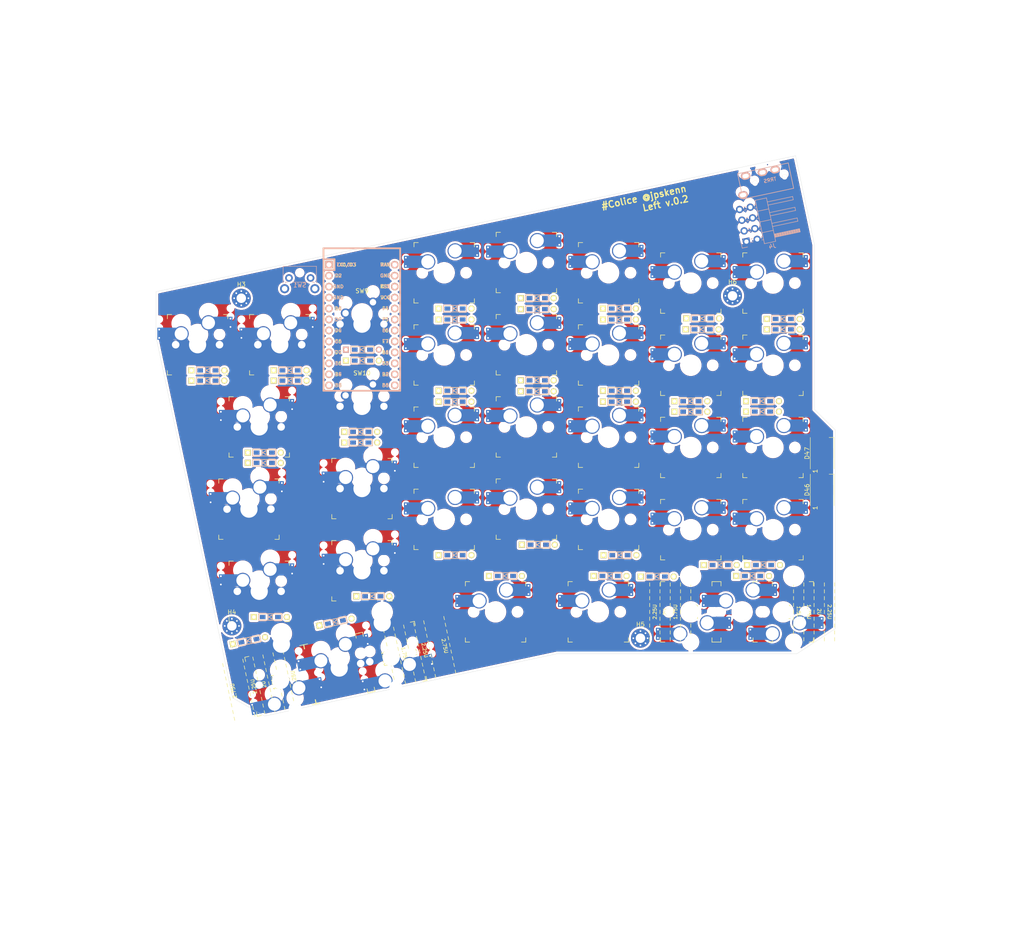
<source format=kicad_pcb>
(kicad_pcb (version 20171130) (host pcbnew "(5.1.5-0-10_14)")
  (layers (0 F.Cu signal) (31 B.Cu signal) (34 B.Paste user) (35 F.Paste user) (36 B.SilkS user) (37 F.SilkS user) (38 B.Mask user) (39 F.Mask user) (44 Edge.Cuts user))
  (net 0 "")
  (net 1 pin6)
  (net 2 pin1)
  (net 3 pin2)
  (net 4 pin3)
  (net 5 pin4)
  (net 6 pin5)
  (net 7 pin7)
  (net 8 "Net-(D8-Pad2)")
  (net 9 "Net-(D9-Pad2)")
  (net 10 "Net-(D11-Pad2)")
  (net 11 "Net-(D12-Pad2)")
  (net 12 pin8)
  (net 13 "Net-(D14-Pad2)")
  (net 14 "Net-(D17-Pad2)")
  (net 15 "Net-(D18-Pad2)")
  (net 16 pin9)
  (net 17 "Net-(D20-Pad2)")
  (net 18 "Net-(D21-Pad2)")
  (net 19 "Net-(D23-Pad2)")
  (net 20 "Net-(D24-Pad2)")
  (net 21 pin10)
  (net 22 "Net-(D26-Pad2)")
  (net 23 "Net-(D27-Pad2)")
  (net 24 "Net-(D29-Pad2)")
  (net 25 "Net-(D30-Pad2)")
  (net 26 "Net-(D32-Pad2)")
  (net 27 "Net-(D33-Pad2)")
  (net 28 "Net-(D35-Pad2)")
  (net 29 "Net-(D36-Pad2)")
  (net 30 "Net-(D38-Pad2)")
  (net 31 "Net-(D41-Pad2)")
  (net 32 "Net-(D42-Pad2)")
  (net 33 "Net-(D44-Pad2)")
  (net 34 "Net-(D45-Pad2)")
  (net 35 "Net-(D46-Pad2)")
  (net 36 "Net-(D47-Pad2)")
  (net 37 data)
  (net 38 led)
  (net 39 GND1)
  (net 40 VCC)
  (net 41 "Net-(J3-PadA)")
  (net 42 "Net-(J4-Pad6)")
  (net 43 "Net-(J4-Pad7)")
  (net 44 "Net-(J4-Pad8)")
  (net 45 reset)
  (net 46 "Net-(U1-Pad24)")
  (net 47 "Net-(D1-Pad1)")
  (net 48 "Net-(D2-Pad2)")
  (net 49 "Net-(D5-Pad2)")
  (net 50 "Net-(D6-Pad2)")
  (net 51 "Net-(D7-Pad2)")
  (net 52 "Net-(D13-Pad2)")
  (net 53 "Net-(D19-Pad2)")
  (net 54 "Net-(D25-Pad2)")
  (net 55 "Net-(D31-Pad2)")
  (net 56 "Net-(D37-Pad2)")
  (net 57 "Net-(D43-Pad2)")
  (net 58 "Net-(D3-Pad2)")
  (net 59 "Net-(D4-Pad1)")
  (net 60 "Net-(D10-Pad1)")
  (net 61 "Net-(D16-Pad1)")
  (net 62 "Net-(D22-Pad1)")
  (net 63 "Net-(D28-Pad1)")
  (net 64 "Net-(D34-Pad1)")
  (net 65 "Net-(U1-Pad5)")
  (net 66 "Net-(U1-Pad6)")
  (net 67 "Net-(U1-Pad7)")
  (net 68 "Net-(U1-Pad18)")
  (net 69 "Net-(U1-Pad19)")
  (net 70 "Net-(U1-Pad20)")
  (net 71 "Net-(D40-Pad1)")
  (module SMK_SU120:D3_TH_SMD (layer F.Cu) (at 162.306 70.104)
    (fp_text reference D34 hide)
    (fp_text value D hide)
    (pad 1 smd rect (at -1.775 0) (size 1.3 0.95) (layers F.Cu F.Paste F.Mask) (net 64 "Net-(D34-Pad1)"))
    (pad 2 smd rect (at 1.775 0) (size 1.3 0.95) (layers B.Cu B.Paste B.Mask) (net 5 pin4))
    (pad 1 smd rect (at -1.775 0) (size 1.3 0.95) (layers B.Cu B.Paste B.Mask) (net 64 "Net-(D34-Pad1)"))
    (pad 1 thru_hole rect (at -3.81 0) (size 1.397 1.397) (drill 0.8128) (layers *.Cu *.Mask F.SilkS) (net 64 "Net-(D34-Pad1)"))
    (pad 2 thru_hole circle (at 3.81 0) (size 1.397 1.397) (drill 0.8128) (layers *.Cu *.Mask F.SilkS) (net 5 pin4))
    (pad 2 smd rect (at 1.775 0) (size 1.3 0.95) (layers F.Cu F.Paste F.Mask) (net 5 pin4))
  )
  (module SMK_keebio:ArduinoProMicro (layer F.Cu) (at 83.312 71.628 270)
    (fp_text reference U1 hide)
    (fp_text value ProMicro hide)
    (fp_text user D2 (at -11.43 5.461) (layer B.SilkS) (effects (font (size 0.8 0.8)) (justify mirror)))
    (fp_text user D0 (at -1.27 5.461) (layer B.SilkS) (effects (font (size 0.8 0.8)) (justify mirror)))
    (fp_text user D1 (at -3.81 5.461) (layer B.SilkS) (effects (font (size 0.8 0.8)) (justify mirror)))
    (fp_text user GND (at -6.35 5.461) (layer B.SilkS) (effects (font (size 0.8 0.8)) (justify mirror)))
    (fp_text user GND (at -8.89 5.461) (layer B.SilkS) (effects (font (size 0.8 0.8)) (justify mirror)))
    (fp_text user D4 (at 1.27 5.461) (layer B.SilkS) (effects (font (size 0.8 0.8)) (justify mirror)))
    (fp_text user C6 (at 3.81 5.461) (layer B.SilkS) (effects (font (size 0.8 0.8)) (justify mirror)))
    (fp_text user D7 (at 6.35 5.461) (layer B.SilkS) (effects (font (size 0.8 0.8)) (justify mirror)))
    (fp_text user E6 (at 8.89 5.461) (layer B.SilkS) (effects (font (size 0.8 0.8)) (justify mirror)))
    (fp_text user B4 (at 11.43 5.461) (layer B.SilkS) (effects (font (size 0.8 0.8)) (justify mirror)))
    (fp_text user B5 (at 13.97 5.461) (layer B.SilkS) (effects (font (size 0.8 0.8)) (justify mirror)))
    (fp_text user B6 (at 13.97 -5.461) (layer B.SilkS) (effects (font (size 0.8 0.8)) (justify mirror)))
    (fp_text user B2 (at 11.43 -5.461) (layer F.SilkS) (effects (font (size 0.8 0.8))))
    (fp_text user B3 (at 8.89 -5.461) (layer B.SilkS) (effects (font (size 0.8 0.8)) (justify mirror)))
    (fp_text user B1 (at 6.35 -5.461) (layer B.SilkS) (effects (font (size 0.8 0.8)) (justify mirror)))
    (fp_text user F7 (at 3.81 -5.461) (layer F.SilkS) (effects (font (size 0.8 0.8))))
    (fp_text user F6 (at 1.27 -5.461) (layer F.SilkS) (effects (font (size 0.8 0.8))))
    (fp_text user F5 (at -1.27 -5.461) (layer F.SilkS) (effects (font (size 0.8 0.8))))
    (fp_text user F4 (at -3.81 -5.461) (layer B.SilkS) (effects (font (size 0.8 0.8)) (justify mirror)))
    (fp_text user VCC (at -6.35 -5.461) (layer B.SilkS) (effects (font (size 0.8 0.8)) (justify mirror)))
    (fp_text user GND (at -11.43 -5.461) (layer B.SilkS) (effects (font (size 0.8 0.8)) (justify mirror)))
    (fp_text user RAW (at -13.97 -5.461) (layer B.SilkS) (effects (font (size 0.8 0.8)) (justify mirror)))
    (fp_text user RAW (at -13.97 -5.461) (layer F.SilkS) (effects (font (size 0.8 0.8))))
    (fp_text user GND (at -11.43 -5.461) (layer F.SilkS) (effects (font (size 0.8 0.8))))
    (fp_text user ST (at -8.92 -5.73312) (layer F.SilkS) (effects (font (size 0.8 0.8))))
    (fp_text user VCC (at -6.35 -5.461) (layer F.SilkS) (effects (font (size 0.8 0.8))))
    (fp_text user F4 (at -3.81 -5.461) (layer F.SilkS) (effects (font (size 0.8 0.8))))
    (fp_text user F5 (at -1.27 -5.461) (layer B.SilkS) (effects (font (size 0.8 0.8)) (justify mirror)))
    (fp_text user F6 (at 1.27 -5.461) (layer B.SilkS) (effects (font (size 0.8 0.8)) (justify mirror)))
    (fp_text user F7 (at 3.81 -5.461) (layer B.SilkS) (effects (font (size 0.8 0.8)) (justify mirror)))
    (fp_text user B1 (at 6.35 -5.461) (layer F.SilkS) (effects (font (size 0.8 0.8))))
    (fp_text user B3 (at 8.89 -5.461) (layer F.SilkS) (effects (font (size 0.8 0.8))))
    (fp_text user B2 (at 11.43 -5.461) (layer B.SilkS) (effects (font (size 0.8 0.8)) (justify mirror)))
    (fp_text user B6 (at 13.97 -5.461) (layer F.SilkS) (effects (font (size 0.8 0.8))))
    (fp_text user B5 (at 13.97 5.461) (layer F.SilkS) (effects (font (size 0.8 0.8))))
    (fp_text user B4 (at 11.43 5.461) (layer F.SilkS) (effects (font (size 0.8 0.8))))
    (fp_text user E6 (at 8.89 5.461) (layer F.SilkS) (effects (font (size 0.8 0.8))))
    (fp_text user D7 (at 6.35 5.461) (layer F.SilkS) (effects (font (size 0.8 0.8))))
    (fp_text user C6 (at 3.81 5.461) (layer F.SilkS) (effects (font (size 0.8 0.8))))
    (fp_text user D4 (at 1.27 5.461) (layer F.SilkS) (effects (font (size 0.8 0.8))))
    (fp_text user GND (at -8.89 5.461) (layer F.SilkS) (effects (font (size 0.8 0.8))))
    (fp_text user GND (at -6.35 5.461) (layer F.SilkS) (effects (font (size 0.8 0.8))))
    (fp_text user D1 (at -3.81 5.461) (layer F.SilkS) (effects (font (size 0.8 0.8))))
    (fp_text user D0 (at -1.27 5.461) (layer F.SilkS) (effects (font (size 0.8 0.8))))
    (fp_text user D2 (at -11.43 5.461) (layer F.SilkS) (effects (font (size 0.8 0.8))))
    (fp_text user TX0/D3 (at -13.97 3.571872) (layer B.SilkS) (effects (font (size 0.8 0.8)) (justify mirror)))
    (fp_text user TX0/D3 (at -13.97 3.571872) (layer F.SilkS) (effects (font (size 0.8 0.8))))
    (fp_text user ST (at -8.91 -5.04) (layer B.SilkS) (effects (font (size 0.8 0.8)) (justify mirror)))
    (pad 1 thru_hole rect (at -13.97 7.62 270) (size 1.7526 1.7526) (drill 1.0922) (layers *.Cu *.SilkS *.Mask) (net 38 led))
    (pad 2 thru_hole circle (at -11.43 7.62 270) (size 1.7526 1.7526) (drill 1.0922) (layers *.Cu *.SilkS *.Mask) (net 37 data))
    (pad 3 thru_hole circle (at -8.89 7.62 270) (size 1.7526 1.7526) (drill 1.0922) (layers *.Cu *.SilkS *.Mask) (net 39 GND1))
    (pad 4 thru_hole circle (at -6.35 7.62 270) (size 1.7526 1.7526) (drill 1.0922) (layers *.Cu *.SilkS *.Mask) (net 39 GND1))
    (pad 5 thru_hole circle (at -3.81 7.62 270) (size 1.7526 1.7526) (drill 1.0922) (layers *.Cu *.SilkS *.Mask) (net 65 "Net-(U1-Pad5)"))
    (pad 6 thru_hole circle (at -1.27 7.62 270) (size 1.7526 1.7526) (drill 1.0922) (layers *.Cu *.SilkS *.Mask) (net 66 "Net-(U1-Pad6)"))
    (pad 7 thru_hole circle (at 1.27 7.62 270) (size 1.7526 1.7526) (drill 1.0922) (layers *.Cu *.SilkS *.Mask) (net 67 "Net-(U1-Pad7)"))
    (pad 8 thru_hole circle (at 3.81 7.62 270) (size 1.7526 1.7526) (drill 1.0922) (layers *.Cu *.SilkS *.Mask) (net 1 pin6))
    (pad 9 thru_hole circle (at 6.35 7.62 270) (size 1.7526 1.7526) (drill 1.0922) (layers *.Cu *.SilkS *.Mask) (net 7 pin7))
    (pad 10 thru_hole circle (at 8.89 7.62 270) (size 1.7526 1.7526) (drill 1.0922) (layers *.Cu *.SilkS *.Mask) (net 12 pin8))
    (pad 11 thru_hole circle (at 11.43 7.62 270) (size 1.7526 1.7526) (drill 1.0922) (layers *.Cu *.SilkS *.Mask) (net 16 pin9))
    (pad 13 thru_hole circle (at 13.97 -7.62 270) (size 1.7526 1.7526) (drill 1.0922) (layers *.Cu *.SilkS *.Mask) (net 6 pin5))
    (pad 14 thru_hole circle (at 11.43 -7.62 270) (size 1.7526 1.7526) (drill 1.0922) (layers *.Cu *.SilkS *.Mask) (net 5 pin4))
    (pad 15 thru_hole circle (at 8.89 -7.62 270) (size 1.7526 1.7526) (drill 1.0922) (layers *.Cu *.SilkS *.Mask) (net 4 pin3))
    (pad 16 thru_hole circle (at 6.35 -7.62 270) (size 1.7526 1.7526) (drill 1.0922) (layers *.Cu *.SilkS *.Mask) (net 3 pin2))
    (pad 17 thru_hole circle (at 3.81 -7.62 270) (size 1.7526 1.7526) (drill 1.0922) (layers *.Cu *.SilkS *.Mask) (net 2 pin1))
    (pad 18 thru_hole circle (at 1.27 -7.62 270) (size 1.7526 1.7526) (drill 1.0922) (layers *.Cu *.SilkS *.Mask) (net 68 "Net-(U1-Pad18)"))
    (pad 19 thru_hole circle (at -1.27 -7.62 270) (size 1.7526 1.7526) (drill 1.0922) (layers *.Cu *.SilkS *.Mask) (net 69 "Net-(U1-Pad19)"))
    (pad 20 thru_hole circle (at -3.81 -7.62 270) (size 1.7526 1.7526) (drill 1.0922) (layers *.Cu *.SilkS *.Mask) (net 70 "Net-(U1-Pad20)"))
    (pad 21 thru_hole circle (at -6.35 -7.62 270) (size 1.7526 1.7526) (drill 1.0922) (layers *.Cu *.SilkS *.Mask) (net 40 VCC))
    (pad 22 thru_hole circle (at -8.89 -7.62 270) (size 1.7526 1.7526) (drill 1.0922) (layers *.Cu *.SilkS *.Mask) (net 45 reset))
    (pad 23 thru_hole circle (at -11.43 -7.62 270) (size 1.7526 1.7526) (drill 1.0922) (layers *.Cu *.SilkS *.Mask) (net 39 GND1))
    (pad 12 thru_hole circle (at 13.97 7.62 270) (size 1.7526 1.7526) (drill 1.0922) (layers *.Cu *.SilkS *.Mask) (net 21 pin10))
    (pad 24 thru_hole circle (at -13.97 -7.62 270) (size 1.7526 1.7526) (drill 1.0922) (layers *.Cu *.SilkS *.Mask) (net 46 "Net-(U1-Pad24)"))
  )
  (module SMK_SU120:D3_TH_SMD (layer F.Cu) (at 180.975 70.231)
    (fp_text reference D40 hide)
    (fp_text value D hide)
    (pad 2 smd rect (at 1.775 0) (size 1.3 0.95) (layers F.Cu F.Paste F.Mask) (net 6 pin5))
    (pad 2 thru_hole circle (at 3.81 0) (size 1.397 1.397) (drill 0.8128) (layers *.Cu *.Mask F.SilkS) (net 6 pin5))
    (pad 1 thru_hole rect (at -3.81 0) (size 1.397 1.397) (drill 0.8128) (layers *.Cu *.Mask F.SilkS) (net 71 "Net-(D40-Pad1)"))
    (pad 1 smd rect (at -1.775 0) (size 1.3 0.95) (layers B.Cu B.Paste B.Mask) (net 71 "Net-(D40-Pad1)"))
    (pad 2 smd rect (at 1.775 0) (size 1.3 0.95) (layers B.Cu B.Paste B.Mask) (net 6 pin5))
    (pad 1 smd rect (at -1.775 0) (size 1.3 0.95) (layers F.Cu F.Paste F.Mask) (net 71 "Net-(D40-Pad1)"))
  )
  (module SMK_SU120:D3_TH_SMD (layer F.Cu) (at 60.706 101.20355)
    (fp_text reference D6 hide)
    (fp_text value D hide)
    (pad 2 smd rect (at 1.775 0) (size 1.3 0.95) (layers F.Cu F.Paste F.Mask) (net 50 "Net-(D6-Pad2)"))
    (pad 2 thru_hole circle (at 3.81 0) (size 1.397 1.397) (drill 0.8128) (layers *.Cu *.Mask F.SilkS) (net 50 "Net-(D6-Pad2)"))
    (pad 1 thru_hole rect (at -3.81 0) (size 1.397 1.397) (drill 0.8128) (layers *.Cu *.Mask F.SilkS) (net 3 pin2))
    (pad 1 smd rect (at -1.775 0) (size 1.3 0.95) (layers B.Cu B.Paste B.Mask) (net 3 pin2))
    (pad 2 smd rect (at 1.775 0) (size 1.3 0.95) (layers B.Cu B.Paste B.Mask) (net 50 "Net-(D6-Pad2)"))
    (pad 1 smd rect (at -1.775 0) (size 1.3 0.95) (layers F.Cu F.Paste F.Mask) (net 3 pin2))
  )
  (module SMK_foostan:CherryMX_Hotswap_v2 (layer F.Cu) (at 78.074656 151.133858 12)
    (fp_text reference SW8)
    (fp_text value SW_Push)
    (pad 2 smd rect (at 5.842 -5.08 12) (size 4.5 2.8) (layers B.Cu) (net 9 "Net-(D9-Pad2)"))
    (pad 1 smd rect (at -7.085 -2.54 12) (size 4.5 2.8) (layers B.Cu) (net 59 "Net-(D4-Pad1)"))
    (pad 2 thru_hole circle (at 7.62 -4.118 12) (size 0.8 0.8) (drill 0.4) (layers *.Cu) (net 9 "Net-(D9-Pad2)"))
    (pad 1 thru_hole circle (at -8.89 -1.578 12) (size 0.8 0.8) (drill 0.4) (layers *.Cu) (net 59 "Net-(D4-Pad1)"))
    (pad 2 thru_hole circle (at 7.62 -6.042 12) (size 0.8 0.8) (drill 0.4) (layers *.Cu) (net 9 "Net-(D9-Pad2)"))
    (pad 1 thru_hole circle (at -8.89 -3.502 12) (size 0.8 0.8) (drill 0.4) (layers *.Cu) (net 59 "Net-(D4-Pad1)"))
    (pad 2 smd rect (at 5.815 -5.08 12) (size 2.55 2.8) (layers B.Cu B.Paste B.Mask) (net 9 "Net-(D9-Pad2)"))
    (pad 1 smd rect (at -7.084999 -2.54 12) (size 2.55 2.8) (layers B.Cu B.Paste B.Mask) (net 59 "Net-(D4-Pad1)"))
    (pad "" np_thru_hole circle (at 5.08 0 60.0996) (size 1.75 1.75) (drill 1.75) (layers *.Cu *.Mask))
    (pad "" np_thru_hole circle (at -5.08 0 60.0996) (size 1.75 1.75) (drill 1.75) (layers *.Cu *.Mask))
    (pad 1 thru_hole circle (at -3.81 -2.54 12) (size 3.5 3.5) (drill 3) (layers *.Cu) (net 59 "Net-(D4-Pad1)"))
    (pad "" np_thru_hole circle (at 0 0 12) (size 3.9878 3.9878) (drill 3.9878) (layers *.Cu *.Mask))
    (pad 2 thru_hole circle (at 2.54 -5.08 12) (size 3.5 3.5) (drill 3) (layers *.Cu) (net 9 "Net-(D9-Pad2)"))
  )
  (module SMK_SU120:CherryMX_MidHeight_Choc_Hotswap_2.75U_Outline (layer F.Cu) (at 78.074656 151.21001 192)
    (fp_text reference H2 hide)
    (fp_text value MountingHole hide)
    (fp_text user 2.75U (at -25.003125 0 282 unlocked) (layer F.SilkS) (effects (font (size 0.8 0.8))))
    (fp_text user 2.25U (at -20.240625 0 282 unlocked) (layer F.SilkS) (effects (font (size 0.8 0.8))))
    (fp_text user 2U (at -17.859375 0 282 unlocked) (layer F.SilkS) (effects (font (size 0.8 0.8))))
    (fp_text user 1.75U (at -15.478125 0 282 unlocked) (layer F.SilkS) (effects (font (size 0.8 0.8))))
    (fp_text user 1.5U (at -13.096875 0 282 unlocked) (layer F.SilkS) (effects (font (size 0.8 0.8))))
    (fp_text user 1.25U (at -10.715625 0 282 unlocked) (layer F.SilkS) (effects (font (size 0.8 0.8))))
    (fp_text user 2.75U (at 25.003125 0 102 unlocked) (layer F.SilkS) (effects (font (size 0.8 0.8))))
    (fp_text user 2.25U (at 20.240625 0 102 unlocked) (layer F.SilkS) (effects (font (size 0.8 0.8))))
    (fp_text user 2U (at 17.859375 0 102 unlocked) (layer F.SilkS) (effects (font (size 0.8 0.8))))
    (fp_text user 1.5U (at 13.096875 0 102 unlocked) (layer F.SilkS) (effects (font (size 0.8 0.8))))
    (fp_text user 1.75U (at 15.478125 0 102 unlocked) (layer F.SilkS) (effects (font (size 0.8 0.8))))
    (fp_text user 1.25U (at 10.715625 0 102 unlocked) (layer F.SilkS) (effects (font (size 0.8 0.8))))
    (pad "" np_thru_hole circle (at 11.938 8.255 192) (size 3.9878 3.9878) (drill 3.9878) (layers *.Cu *.Mask))
    (pad "" np_thru_hole circle (at -11.938 8.255 192) (size 3.9878 3.9878) (drill 3.9878) (layers *.Cu *.Mask))
    (pad "" np_thru_hole circle (at 11.938 -6.985 192) (size 3.048 3.048) (drill 3.048) (layers *.Cu *.Mask))
    (pad "" np_thru_hole circle (at -11.938 -6.985 192) (size 3.048 3.048) (drill 3.048) (layers *.Cu *.Mask))
  )
  (module SMK_SU120:D3_TH_SMD (layer F.Cu) (at 104.902 67.818)
    (fp_text reference D16 hide)
    (fp_text value D hide)
    (pad 2 smd rect (at 1.775 0) (size 1.3 0.95) (layers F.Cu F.Paste F.Mask) (net 2 pin1))
    (pad 2 thru_hole circle (at 3.81 0) (size 1.397 1.397) (drill 0.8128) (layers *.Cu *.Mask F.SilkS) (net 2 pin1))
    (pad 1 thru_hole rect (at -3.81 0) (size 1.397 1.397) (drill 0.8128) (layers *.Cu *.Mask F.SilkS) (net 61 "Net-(D16-Pad1)"))
    (pad 1 smd rect (at -1.775 0) (size 1.3 0.95) (layers B.Cu B.Paste B.Mask) (net 61 "Net-(D16-Pad1)"))
    (pad 2 smd rect (at 1.775 0) (size 1.3 0.95) (layers B.Cu B.Paste B.Mask) (net 2 pin1))
    (pad 1 smd rect (at -1.775 0) (size 1.3 0.95) (layers F.Cu F.Paste F.Mask) (net 61 "Net-(D16-Pad1)"))
  )
  (module SMK_SU120:D3_TH_SMD (layer F.Cu) (at 83.439 79.883)
    (fp_text reference D11 hide)
    (fp_text value D hide)
    (pad 2 smd rect (at 1.775 0) (size 1.3 0.95) (layers F.Cu F.Paste F.Mask) (net 10 "Net-(D11-Pad2)"))
    (pad 2 thru_hole circle (at 3.81 0) (size 1.397 1.397) (drill 0.8128) (layers *.Cu *.Mask F.SilkS) (net 10 "Net-(D11-Pad2)"))
    (pad 1 thru_hole rect (at -3.81 0) (size 1.397 1.397) (drill 0.8128) (layers *.Cu *.Mask F.SilkS) (net 2 pin1))
    (pad 1 smd rect (at -1.775 0) (size 1.3 0.95) (layers B.Cu B.Paste B.Mask) (net 2 pin1))
    (pad 2 smd rect (at 1.775 0) (size 1.3 0.95) (layers B.Cu B.Paste B.Mask) (net 10 "Net-(D11-Pad2)"))
    (pad 1 smd rect (at -1.775 0) (size 1.3 0.95) (layers F.Cu F.Paste F.Mask) (net 2 pin1))
  )
  (module SMK_foostan:CherryMX_Hotswap_v2 (layer F.Cu) (at 45.24375 76.20032)
    (fp_text reference SW2)
    (fp_text value SW_Push)
    (pad 2 thru_hole circle (at 2.54 -5.08) (size 3.5 3.5) (drill 3) (layers *.Cu) (net 48 "Net-(D2-Pad2)"))
    (pad "" np_thru_hole circle (at 0 0) (size 3.9878 3.9878) (drill 3.9878) (layers *.Cu *.Mask))
    (pad 1 thru_hole circle (at -3.81 -2.54) (size 3.5 3.5) (drill 3) (layers *.Cu) (net 47 "Net-(D1-Pad1)"))
    (pad "" np_thru_hole circle (at -5.08 0 48.0996) (size 1.75 1.75) (drill 1.75) (layers *.Cu *.Mask))
    (pad "" np_thru_hole circle (at 5.08 0 48.0996) (size 1.75 1.75) (drill 1.75) (layers *.Cu *.Mask))
    (pad 1 smd rect (at -7.085 -2.54) (size 2.55 2.8) (layers B.Cu B.Paste B.Mask) (net 47 "Net-(D1-Pad1)"))
    (pad 2 smd rect (at 5.815 -5.08) (size 2.55 2.8) (layers B.Cu B.Paste B.Mask) (net 48 "Net-(D2-Pad2)"))
    (pad 1 thru_hole circle (at -8.89 -3.502) (size 0.8 0.8) (drill 0.4) (layers *.Cu) (net 47 "Net-(D1-Pad1)"))
    (pad 2 thru_hole circle (at 7.62 -6.042) (size 0.8 0.8) (drill 0.4) (layers *.Cu) (net 48 "Net-(D2-Pad2)"))
    (pad 1 thru_hole circle (at -8.89 -1.578) (size 0.8 0.8) (drill 0.4) (layers *.Cu) (net 47 "Net-(D1-Pad1)"))
    (pad 2 thru_hole circle (at 7.62 -4.118) (size 0.8 0.8) (drill 0.4) (layers *.Cu) (net 48 "Net-(D2-Pad2)"))
    (pad 1 smd rect (at -7.085 -2.54) (size 4.5 2.8) (layers B.Cu) (net 47 "Net-(D1-Pad1)"))
    (pad 2 smd rect (at 5.842 -5.08) (size 4.5 2.8) (layers B.Cu) (net 48 "Net-(D2-Pad2)"))
  )
  (module SMK_SU120:D3_TH_SMD (layer F.Cu) (at 47.625 82.15347)
    (fp_text reference D1 hide)
    (fp_text value D hide)
    (pad 2 smd rect (at 1.775 0) (size 1.3 0.95) (layers F.Cu F.Paste F.Mask) (net 12 pin8))
    (pad 2 thru_hole circle (at 3.81 0) (size 1.397 1.397) (drill 0.8128) (layers *.Cu *.Mask F.SilkS) (net 12 pin8))
    (pad 1 thru_hole rect (at -3.81 0) (size 1.397 1.397) (drill 0.8128) (layers *.Cu *.Mask F.SilkS) (net 47 "Net-(D1-Pad1)"))
    (pad 1 smd rect (at -1.775 0) (size 1.3 0.95) (layers B.Cu B.Paste B.Mask) (net 47 "Net-(D1-Pad1)"))
    (pad 2 smd rect (at 1.775 0) (size 1.3 0.95) (layers B.Cu B.Paste B.Mask) (net 12 pin8))
    (pad 1 smd rect (at -1.775 0) (size 1.3 0.95) (layers F.Cu F.Paste F.Mask) (net 47 "Net-(D1-Pad1)"))
  )
  (module SMK_SU120:D3_TH_SMD (layer F.Cu) (at 47.625 84.53473)
    (fp_text reference D2 hide)
    (fp_text value D hide)
    (pad 2 smd rect (at 1.775 0) (size 1.3 0.95) (layers F.Cu F.Paste F.Mask) (net 48 "Net-(D2-Pad2)"))
    (pad 2 thru_hole circle (at 3.81 0) (size 1.397 1.397) (drill 0.8128) (layers *.Cu *.Mask F.SilkS) (net 48 "Net-(D2-Pad2)"))
    (pad 1 thru_hole rect (at -3.81 0) (size 1.397 1.397) (drill 0.8128) (layers *.Cu *.Mask F.SilkS) (net 2 pin1))
    (pad 1 smd rect (at -1.775 0) (size 1.3 0.95) (layers B.Cu B.Paste B.Mask) (net 2 pin1))
    (pad 2 smd rect (at 1.775 0) (size 1.3 0.95) (layers B.Cu B.Paste B.Mask) (net 48 "Net-(D2-Pad2)"))
    (pad 1 smd rect (at -1.775 0) (size 1.3 0.95) (layers F.Cu F.Paste F.Mask) (net 2 pin1))
  )
  (module SMK_SU120:D3_TH_SMD (layer F.Cu) (at 66.675 82.15347)
    (fp_text reference D4 hide)
    (fp_text value D hide)
    (pad 1 smd rect (at -1.775 0) (size 1.3 0.95) (layers F.Cu F.Paste F.Mask) (net 59 "Net-(D4-Pad1)"))
    (pad 2 smd rect (at 1.775 0) (size 1.3 0.95) (layers B.Cu B.Paste B.Mask) (net 16 pin9))
    (pad 1 smd rect (at -1.775 0) (size 1.3 0.95) (layers B.Cu B.Paste B.Mask) (net 59 "Net-(D4-Pad1)"))
    (pad 1 thru_hole rect (at -3.81 0) (size 1.397 1.397) (drill 0.8128) (layers *.Cu *.Mask F.SilkS) (net 59 "Net-(D4-Pad1)"))
    (pad 2 thru_hole circle (at 3.81 0) (size 1.397 1.397) (drill 0.8128) (layers *.Cu *.Mask F.SilkS) (net 16 pin9))
    (pad 2 smd rect (at 1.775 0) (size 1.3 0.95) (layers F.Cu F.Paste F.Mask) (net 16 pin9))
  )
  (module SMK_SU120:D3_TH_SMD (layer F.Cu) (at 66.675 84.53473)
    (fp_text reference D5 hide)
    (fp_text value D hide)
    (pad 2 smd rect (at 1.775 0) (size 1.3 0.95) (layers F.Cu F.Paste F.Mask) (net 49 "Net-(D5-Pad2)"))
    (pad 2 thru_hole circle (at 3.81 0) (size 1.397 1.397) (drill 0.8128) (layers *.Cu *.Mask F.SilkS) (net 49 "Net-(D5-Pad2)"))
    (pad 1 thru_hole rect (at -3.81 0) (size 1.397 1.397) (drill 0.8128) (layers *.Cu *.Mask F.SilkS) (net 2 pin1))
    (pad 1 smd rect (at -1.775 0) (size 1.3 0.95) (layers B.Cu B.Paste B.Mask) (net 2 pin1))
    (pad 2 smd rect (at 1.775 0) (size 1.3 0.95) (layers B.Cu B.Paste B.Mask) (net 49 "Net-(D5-Pad2)"))
    (pad 1 smd rect (at -1.775 0) (size 1.3 0.95) (layers F.Cu F.Paste F.Mask) (net 2 pin1))
  )
  (module SMK_SU120:D3_TH_SMD (layer F.Cu) (at 60.706 103.58481)
    (fp_text reference D7 hide)
    (fp_text value D hide)
    (pad 2 smd rect (at 1.775 0) (size 1.3 0.95) (layers F.Cu F.Paste F.Mask) (net 51 "Net-(D7-Pad2)"))
    (pad 2 thru_hole circle (at 3.81 0) (size 1.397 1.397) (drill 0.8128) (layers *.Cu *.Mask F.SilkS) (net 51 "Net-(D7-Pad2)"))
    (pad 1 thru_hole rect (at -3.81 0) (size 1.397 1.397) (drill 0.8128) (layers *.Cu *.Mask F.SilkS) (net 4 pin3))
    (pad 1 smd rect (at -1.775 0) (size 1.3 0.95) (layers B.Cu B.Paste B.Mask) (net 4 pin3))
    (pad 2 smd rect (at 1.775 0) (size 1.3 0.95) (layers B.Cu B.Paste B.Mask) (net 51 "Net-(D7-Pad2)"))
    (pad 1 smd rect (at -1.775 0) (size 1.3 0.95) (layers F.Cu F.Paste F.Mask) (net 4 pin3))
  )
  (module SMK_SU120:D3_TH_SMD (layer F.Cu) (at 62.103 139.30371)
    (fp_text reference D8 hide)
    (fp_text value D hide)
    (pad 2 smd rect (at 1.775 0) (size 1.3 0.95) (layers F.Cu F.Paste F.Mask) (net 8 "Net-(D8-Pad2)"))
    (pad 2 thru_hole circle (at 3.81 0) (size 1.397 1.397) (drill 0.8128) (layers *.Cu *.Mask F.SilkS) (net 8 "Net-(D8-Pad2)"))
    (pad 1 thru_hole rect (at -3.81 0) (size 1.397 1.397) (drill 0.8128) (layers *.Cu *.Mask F.SilkS) (net 5 pin4))
    (pad 1 smd rect (at -1.775 0) (size 1.3 0.95) (layers B.Cu B.Paste B.Mask) (net 5 pin4))
    (pad 2 smd rect (at 1.775 0) (size 1.3 0.95) (layers B.Cu B.Paste B.Mask) (net 8 "Net-(D8-Pad2)"))
    (pad 1 smd rect (at -1.775 0) (size 1.3 0.95) (layers F.Cu F.Paste F.Mask) (net 5 pin4))
  )
  (module SMK_SU120:D3_TH_SMD (layer F.Cu) (at 77.1906 140.462 12)
    (fp_text reference D9 hide)
    (fp_text value D hide)
    (pad 2 smd rect (at 1.775 0 12) (size 1.3 0.95) (layers F.Cu F.Paste F.Mask) (net 9 "Net-(D9-Pad2)"))
    (pad 2 thru_hole circle (at 3.81 0 12) (size 1.397 1.397) (drill 0.8128) (layers *.Cu *.Mask F.SilkS) (net 9 "Net-(D9-Pad2)"))
    (pad 1 thru_hole rect (at -3.81 0 12) (size 1.397 1.397) (drill 0.8128) (layers *.Cu *.Mask F.SilkS) (net 6 pin5))
    (pad 1 smd rect (at -1.775 0 12) (size 1.3 0.95) (layers B.Cu B.Paste B.Mask) (net 6 pin5))
    (pad 2 smd rect (at 1.775 0 12) (size 1.3 0.95) (layers B.Cu B.Paste B.Mask) (net 9 "Net-(D9-Pad2)"))
    (pad 1 smd rect (at -1.775 0 12) (size 1.3 0.95) (layers F.Cu F.Paste F.Mask) (net 6 pin5))
  )
  (module SMK_SU120:D3_TH_SMD (layer B.Cu) (at 83.439 77.343)
    (fp_text reference D10 hide)
    (fp_text value D hide)
    (pad 2 smd rect (at 1.775 0) (size 1.3 0.95) (layers B.Cu B.Paste B.Mask) (net 21 pin10))
    (pad 2 thru_hole circle (at 3.81 0) (size 1.397 1.397) (drill 0.8128) (layers *.Cu *.Mask B.SilkS) (net 21 pin10))
    (pad 1 thru_hole rect (at -3.81 0) (size 1.397 1.397) (drill 0.8128) (layers *.Cu *.Mask B.SilkS) (net 60 "Net-(D10-Pad1)"))
    (pad 1 smd rect (at -1.775 0) (size 1.3 0.95) (layers F.Cu F.Paste F.Mask) (net 60 "Net-(D10-Pad1)"))
    (pad 2 smd rect (at 1.775 0) (size 1.3 0.95) (layers F.Cu F.Paste F.Mask) (net 21 pin10))
    (pad 1 smd rect (at -1.775 0) (size 1.3 0.95) (layers B.Cu B.Paste B.Mask) (net 60 "Net-(D10-Pad1)"))
  )
  (module SMK_SU120:D3_TH_SMD (layer F.Cu) (at 83.058 96.393)
    (fp_text reference D12 hide)
    (fp_text value D hide)
    (pad 2 smd rect (at 1.775 0) (size 1.3 0.95) (layers F.Cu F.Paste F.Mask) (net 11 "Net-(D12-Pad2)"))
    (pad 2 thru_hole circle (at 3.81 0) (size 1.397 1.397) (drill 0.8128) (layers *.Cu *.Mask F.SilkS) (net 11 "Net-(D12-Pad2)"))
    (pad 1 thru_hole rect (at -3.81 0) (size 1.397 1.397) (drill 0.8128) (layers *.Cu *.Mask F.SilkS) (net 3 pin2))
    (pad 1 smd rect (at -1.775 0) (size 1.3 0.95) (layers B.Cu B.Paste B.Mask) (net 3 pin2))
    (pad 2 smd rect (at 1.775 0) (size 1.3 0.95) (layers B.Cu B.Paste B.Mask) (net 11 "Net-(D12-Pad2)"))
    (pad 1 smd rect (at -1.775 0) (size 1.3 0.95) (layers F.Cu F.Paste F.Mask) (net 3 pin2))
  )
  (module SMK_SU120:D3_TH_SMD (layer F.Cu) (at 83.058 98.8695)
    (fp_text reference D13 hide)
    (fp_text value D hide)
    (pad 2 smd rect (at 1.775 0) (size 1.3 0.95) (layers F.Cu F.Paste F.Mask) (net 52 "Net-(D13-Pad2)"))
    (pad 2 thru_hole circle (at 3.81 0) (size 1.397 1.397) (drill 0.8128) (layers *.Cu *.Mask F.SilkS) (net 52 "Net-(D13-Pad2)"))
    (pad 1 thru_hole rect (at -3.81 0) (size 1.397 1.397) (drill 0.8128) (layers *.Cu *.Mask F.SilkS) (net 4 pin3))
    (pad 1 smd rect (at -1.775 0) (size 1.3 0.95) (layers B.Cu B.Paste B.Mask) (net 4 pin3))
    (pad 2 smd rect (at 1.775 0) (size 1.3 0.95) (layers B.Cu B.Paste B.Mask) (net 52 "Net-(D13-Pad2)"))
    (pad 1 smd rect (at -1.775 0) (size 1.3 0.95) (layers F.Cu F.Paste F.Mask) (net 4 pin3))
  )
  (module SMK_SU120:D3_TH_SMD (layer F.Cu) (at 85.852 134.493)
    (fp_text reference D14 hide)
    (fp_text value D hide)
    (pad 2 smd rect (at 1.775 0) (size 1.3 0.95) (layers F.Cu F.Paste F.Mask) (net 13 "Net-(D14-Pad2)"))
    (pad 2 thru_hole circle (at 3.81 0) (size 1.397 1.397) (drill 0.8128) (layers *.Cu *.Mask F.SilkS) (net 13 "Net-(D14-Pad2)"))
    (pad 1 thru_hole rect (at -3.81 0) (size 1.397 1.397) (drill 0.8128) (layers *.Cu *.Mask F.SilkS) (net 5 pin4))
    (pad 1 smd rect (at -1.775 0) (size 1.3 0.95) (layers B.Cu B.Paste B.Mask) (net 5 pin4))
    (pad 2 smd rect (at 1.775 0) (size 1.3 0.95) (layers B.Cu B.Paste B.Mask) (net 13 "Net-(D14-Pad2)"))
    (pad 1 smd rect (at -1.775 0) (size 1.3 0.95) (layers F.Cu F.Paste F.Mask) (net 5 pin4))
  )
  (module SMK_SU120:D3_TH_SMD (layer F.Cu) (at 104.902 70.358)
    (fp_text reference D17 hide)
    (fp_text value D hide)
    (pad 2 smd rect (at 1.775 0) (size 1.3 0.95) (layers F.Cu F.Paste F.Mask) (net 14 "Net-(D17-Pad2)"))
    (pad 2 thru_hole circle (at 3.81 0) (size 1.397 1.397) (drill 0.8128) (layers *.Cu *.Mask F.SilkS) (net 14 "Net-(D17-Pad2)"))
    (pad 1 thru_hole rect (at -3.81 0) (size 1.397 1.397) (drill 0.8128) (layers *.Cu *.Mask F.SilkS) (net 1 pin6))
    (pad 1 smd rect (at -1.775 0) (size 1.3 0.95) (layers B.Cu B.Paste B.Mask) (net 1 pin6))
    (pad 2 smd rect (at 1.775 0) (size 1.3 0.95) (layers B.Cu B.Paste B.Mask) (net 14 "Net-(D17-Pad2)"))
    (pad 1 smd rect (at -1.775 0) (size 1.3 0.95) (layers F.Cu F.Paste F.Mask) (net 1 pin6))
  )
  (module SMK_SU120:D3_TH_SMD (layer F.Cu) (at 104.902 86.868)
    (fp_text reference D18 hide)
    (fp_text value D hide)
    (pad 2 smd rect (at 1.775 0) (size 1.3 0.95) (layers F.Cu F.Paste F.Mask) (net 15 "Net-(D18-Pad2)"))
    (pad 2 thru_hole circle (at 3.81 0) (size 1.397 1.397) (drill 0.8128) (layers *.Cu *.Mask F.SilkS) (net 15 "Net-(D18-Pad2)"))
    (pad 1 thru_hole rect (at -3.81 0) (size 1.397 1.397) (drill 0.8128) (layers *.Cu *.Mask F.SilkS) (net 7 pin7))
    (pad 1 smd rect (at -1.775 0) (size 1.3 0.95) (layers B.Cu B.Paste B.Mask) (net 7 pin7))
    (pad 2 smd rect (at 1.775 0) (size 1.3 0.95) (layers B.Cu B.Paste B.Mask) (net 15 "Net-(D18-Pad2)"))
    (pad 1 smd rect (at -1.775 0) (size 1.3 0.95) (layers F.Cu F.Paste F.Mask) (net 7 pin7))
  )
  (module SMK_SU120:D3_TH_SMD (layer F.Cu) (at 104.902 89.408)
    (fp_text reference D19 hide)
    (fp_text value D hide)
    (pad 2 smd rect (at 1.775 0) (size 1.3 0.95) (layers F.Cu F.Paste F.Mask) (net 53 "Net-(D19-Pad2)"))
    (pad 2 thru_hole circle (at 3.81 0) (size 1.397 1.397) (drill 0.8128) (layers *.Cu *.Mask F.SilkS) (net 53 "Net-(D19-Pad2)"))
    (pad 1 thru_hole rect (at -3.81 0) (size 1.397 1.397) (drill 0.8128) (layers *.Cu *.Mask F.SilkS) (net 12 pin8))
    (pad 1 smd rect (at -1.775 0) (size 1.3 0.95) (layers B.Cu B.Paste B.Mask) (net 12 pin8))
    (pad 2 smd rect (at 1.775 0) (size 1.3 0.95) (layers B.Cu B.Paste B.Mask) (net 53 "Net-(D19-Pad2)"))
    (pad 1 smd rect (at -1.775 0) (size 1.3 0.95) (layers F.Cu F.Paste F.Mask) (net 12 pin8))
  )
  (module SMK_SU120:D3_TH_SMD (layer F.Cu) (at 104.902 124.968)
    (fp_text reference D20 hide)
    (fp_text value D hide)
    (pad 2 smd rect (at 1.775 0) (size 1.3 0.95) (layers F.Cu F.Paste F.Mask) (net 17 "Net-(D20-Pad2)"))
    (pad 2 thru_hole circle (at 3.81 0) (size 1.397 1.397) (drill 0.8128) (layers *.Cu *.Mask F.SilkS) (net 17 "Net-(D20-Pad2)"))
    (pad 1 thru_hole rect (at -3.81 0) (size 1.397 1.397) (drill 0.8128) (layers *.Cu *.Mask F.SilkS) (net 16 pin9))
    (pad 1 smd rect (at -1.775 0) (size 1.3 0.95) (layers B.Cu B.Paste B.Mask) (net 16 pin9))
    (pad 2 smd rect (at 1.775 0) (size 1.3 0.95) (layers B.Cu B.Paste B.Mask) (net 17 "Net-(D20-Pad2)"))
    (pad 1 smd rect (at -1.775 0) (size 1.3 0.95) (layers F.Cu F.Paste F.Mask) (net 16 pin9))
  )
  (module SMK_SU120:D3_TH_SMD (layer F.Cu) (at 116.586 129.794)
    (fp_text reference D21 hide)
    (fp_text value D hide)
    (pad 2 smd rect (at 1.775 0) (size 1.3 0.95) (layers F.Cu F.Paste F.Mask) (net 18 "Net-(D21-Pad2)"))
    (pad 2 thru_hole circle (at 3.81 0) (size 1.397 1.397) (drill 0.8128) (layers *.Cu *.Mask F.SilkS) (net 18 "Net-(D21-Pad2)"))
    (pad 1 thru_hole rect (at -3.81 0) (size 1.397 1.397) (drill 0.8128) (layers *.Cu *.Mask F.SilkS) (net 21 pin10))
    (pad 1 smd rect (at -1.775 0) (size 1.3 0.95) (layers B.Cu B.Paste B.Mask) (net 21 pin10))
    (pad 2 smd rect (at 1.775 0) (size 1.3 0.95) (layers B.Cu B.Paste B.Mask) (net 18 "Net-(D21-Pad2)"))
    (pad 1 smd rect (at -1.775 0) (size 1.3 0.95) (layers F.Cu F.Paste F.Mask) (net 21 pin10))
  )
  (module SMK_SU120:D3_TH_SMD (layer F.Cu) (at 123.952 65.405)
    (fp_text reference D22 hide)
    (fp_text value D hide)
    (pad 1 smd rect (at -1.775 0) (size 1.3 0.95) (layers F.Cu F.Paste F.Mask) (net 62 "Net-(D22-Pad1)"))
    (pad 2 smd rect (at 1.775 0) (size 1.3 0.95) (layers B.Cu B.Paste B.Mask) (net 3 pin2))
    (pad 1 smd rect (at -1.775 0) (size 1.3 0.95) (layers B.Cu B.Paste B.Mask) (net 62 "Net-(D22-Pad1)"))
    (pad 1 thru_hole rect (at -3.81 0) (size 1.397 1.397) (drill 0.8128) (layers *.Cu *.Mask F.SilkS) (net 62 "Net-(D22-Pad1)"))
    (pad 2 thru_hole circle (at 3.81 0) (size 1.397 1.397) (drill 0.8128) (layers *.Cu *.Mask F.SilkS) (net 3 pin2))
    (pad 2 smd rect (at 1.775 0) (size 1.3 0.95) (layers F.Cu F.Paste F.Mask) (net 3 pin2))
  )
  (module SMK_SU120:D3_TH_SMD (layer F.Cu) (at 123.952 67.945)
    (fp_text reference D23 hide)
    (fp_text value D hide)
    (pad 2 smd rect (at 1.775 0) (size 1.3 0.95) (layers F.Cu F.Paste F.Mask) (net 19 "Net-(D23-Pad2)"))
    (pad 2 thru_hole circle (at 3.81 0) (size 1.397 1.397) (drill 0.8128) (layers *.Cu *.Mask F.SilkS) (net 19 "Net-(D23-Pad2)"))
    (pad 1 thru_hole rect (at -3.81 0) (size 1.397 1.397) (drill 0.8128) (layers *.Cu *.Mask F.SilkS) (net 1 pin6))
    (pad 1 smd rect (at -1.775 0) (size 1.3 0.95) (layers B.Cu B.Paste B.Mask) (net 1 pin6))
    (pad 2 smd rect (at 1.775 0) (size 1.3 0.95) (layers B.Cu B.Paste B.Mask) (net 19 "Net-(D23-Pad2)"))
    (pad 1 smd rect (at -1.775 0) (size 1.3 0.95) (layers F.Cu F.Paste F.Mask) (net 1 pin6))
  )
  (module SMK_SU120:D3_TH_SMD (layer F.Cu) (at 123.952 84.455)
    (fp_text reference D24 hide)
    (fp_text value D hide)
    (pad 2 smd rect (at 1.775 0) (size 1.3 0.95) (layers F.Cu F.Paste F.Mask) (net 20 "Net-(D24-Pad2)"))
    (pad 2 thru_hole circle (at 3.81 0) (size 1.397 1.397) (drill 0.8128) (layers *.Cu *.Mask F.SilkS) (net 20 "Net-(D24-Pad2)"))
    (pad 1 thru_hole rect (at -3.81 0) (size 1.397 1.397) (drill 0.8128) (layers *.Cu *.Mask F.SilkS) (net 7 pin7))
    (pad 1 smd rect (at -1.775 0) (size 1.3 0.95) (layers B.Cu B.Paste B.Mask) (net 7 pin7))
    (pad 2 smd rect (at 1.775 0) (size 1.3 0.95) (layers B.Cu B.Paste B.Mask) (net 20 "Net-(D24-Pad2)"))
    (pad 1 smd rect (at -1.775 0) (size 1.3 0.95) (layers F.Cu F.Paste F.Mask) (net 7 pin7))
  )
  (module SMK_SU120:D3_TH_SMD (layer F.Cu) (at 123.952 86.995)
    (fp_text reference D25 hide)
    (fp_text value D hide)
    (pad 2 smd rect (at 1.775 0) (size 1.3 0.95) (layers F.Cu F.Paste F.Mask) (net 54 "Net-(D25-Pad2)"))
    (pad 2 thru_hole circle (at 3.81 0) (size 1.397 1.397) (drill 0.8128) (layers *.Cu *.Mask F.SilkS) (net 54 "Net-(D25-Pad2)"))
    (pad 1 thru_hole rect (at -3.81 0) (size 1.397 1.397) (drill 0.8128) (layers *.Cu *.Mask F.SilkS) (net 12 pin8))
    (pad 1 smd rect (at -1.775 0) (size 1.3 0.95) (layers B.Cu B.Paste B.Mask) (net 12 pin8))
    (pad 2 smd rect (at 1.775 0) (size 1.3 0.95) (layers B.Cu B.Paste B.Mask) (net 54 "Net-(D25-Pad2)"))
    (pad 1 smd rect (at -1.775 0) (size 1.3 0.95) (layers F.Cu F.Paste F.Mask) (net 12 pin8))
  )
  (module SMK_SU120:D3_TH_SMD (layer F.Cu) (at 124.206 122.555)
    (fp_text reference D26 hide)
    (fp_text value D hide)
    (pad 2 smd rect (at 1.775 0) (size 1.3 0.95) (layers F.Cu F.Paste F.Mask) (net 22 "Net-(D26-Pad2)"))
    (pad 2 thru_hole circle (at 3.81 0) (size 1.397 1.397) (drill 0.8128) (layers *.Cu *.Mask F.SilkS) (net 22 "Net-(D26-Pad2)"))
    (pad 1 thru_hole rect (at -3.81 0) (size 1.397 1.397) (drill 0.8128) (layers *.Cu *.Mask F.SilkS) (net 16 pin9))
    (pad 1 smd rect (at -1.775 0) (size 1.3 0.95) (layers B.Cu B.Paste B.Mask) (net 16 pin9))
    (pad 2 smd rect (at 1.775 0) (size 1.3 0.95) (layers B.Cu B.Paste B.Mask) (net 22 "Net-(D26-Pad2)"))
    (pad 1 smd rect (at -1.775 0) (size 1.3 0.95) (layers F.Cu F.Paste F.Mask) (net 16 pin9))
  )
  (module SMK_SU120:D3_TH_SMD (layer F.Cu) (at 140.843 129.794)
    (fp_text reference D27 hide)
    (fp_text value D hide)
    (pad 2 smd rect (at 1.775 0) (size 1.3 0.95) (layers F.Cu F.Paste F.Mask) (net 23 "Net-(D27-Pad2)"))
    (pad 2 thru_hole circle (at 3.81 0) (size 1.397 1.397) (drill 0.8128) (layers *.Cu *.Mask F.SilkS) (net 23 "Net-(D27-Pad2)"))
    (pad 1 thru_hole rect (at -3.81 0) (size 1.397 1.397) (drill 0.8128) (layers *.Cu *.Mask F.SilkS) (net 21 pin10))
    (pad 1 smd rect (at -1.775 0) (size 1.3 0.95) (layers B.Cu B.Paste B.Mask) (net 21 pin10))
    (pad 2 smd rect (at 1.775 0) (size 1.3 0.95) (layers B.Cu B.Paste B.Mask) (net 23 "Net-(D27-Pad2)"))
    (pad 1 smd rect (at -1.775 0) (size 1.3 0.95) (layers F.Cu F.Paste F.Mask) (net 21 pin10))
  )
  (module SMK_SU120:D3_TH_SMD (layer F.Cu) (at 143.002 67.818)
    (fp_text reference D28 hide)
    (fp_text value D hide)
    (pad 2 smd rect (at 1.775 0) (size 1.3 0.95) (layers F.Cu F.Paste F.Mask) (net 4 pin3))
    (pad 2 thru_hole circle (at 3.81 0) (size 1.397 1.397) (drill 0.8128) (layers *.Cu *.Mask F.SilkS) (net 4 pin3))
    (pad 1 thru_hole rect (at -3.81 0) (size 1.397 1.397) (drill 0.8128) (layers *.Cu *.Mask F.SilkS) (net 63 "Net-(D28-Pad1)"))
    (pad 1 smd rect (at -1.775 0) (size 1.3 0.95) (layers B.Cu B.Paste B.Mask) (net 63 "Net-(D28-Pad1)"))
    (pad 2 smd rect (at 1.775 0) (size 1.3 0.95) (layers B.Cu B.Paste B.Mask) (net 4 pin3))
    (pad 1 smd rect (at -1.775 0) (size 1.3 0.95) (layers F.Cu F.Paste F.Mask) (net 63 "Net-(D28-Pad1)"))
  )
  (module SMK_SU120:D3_TH_SMD (layer F.Cu) (at 143.002 70.358)
    (fp_text reference D29 hide)
    (fp_text value D hide)
    (pad 2 smd rect (at 1.775 0) (size 1.3 0.95) (layers F.Cu F.Paste F.Mask) (net 24 "Net-(D29-Pad2)"))
    (pad 2 thru_hole circle (at 3.81 0) (size 1.397 1.397) (drill 0.8128) (layers *.Cu *.Mask F.SilkS) (net 24 "Net-(D29-Pad2)"))
    (pad 1 thru_hole rect (at -3.81 0) (size 1.397 1.397) (drill 0.8128) (layers *.Cu *.Mask F.SilkS) (net 1 pin6))
    (pad 1 smd rect (at -1.775 0) (size 1.3 0.95) (layers B.Cu B.Paste B.Mask) (net 1 pin6))
    (pad 2 smd rect (at 1.775 0) (size 1.3 0.95) (layers B.Cu B.Paste B.Mask) (net 24 "Net-(D29-Pad2)"))
    (pad 1 smd rect (at -1.775 0) (size 1.3 0.95) (layers F.Cu F.Paste F.Mask) (net 1 pin6))
  )
  (module SMK_SU120:D3_TH_SMD (layer F.Cu) (at 143.002 86.868)
    (fp_text reference D30 hide)
    (fp_text value D hide)
    (pad 2 smd rect (at 1.775 0) (size 1.3 0.95) (layers F.Cu F.Paste F.Mask) (net 25 "Net-(D30-Pad2)"))
    (pad 2 thru_hole circle (at 3.81 0) (size 1.397 1.397) (drill 0.8128) (layers *.Cu *.Mask F.SilkS) (net 25 "Net-(D30-Pad2)"))
    (pad 1 thru_hole rect (at -3.81 0) (size 1.397 1.397) (drill 0.8128) (layers *.Cu *.Mask F.SilkS) (net 7 pin7))
    (pad 1 smd rect (at -1.775 0) (size 1.3 0.95) (layers B.Cu B.Paste B.Mask) (net 7 pin7))
    (pad 2 smd rect (at 1.775 0) (size 1.3 0.95) (layers B.Cu B.Paste B.Mask) (net 25 "Net-(D30-Pad2)"))
    (pad 1 smd rect (at -1.775 0) (size 1.3 0.95) (layers F.Cu F.Paste F.Mask) (net 7 pin7))
  )
  (module SMK_SU120:D3_TH_SMD (layer F.Cu) (at 143.002 89.408)
    (fp_text reference D31 hide)
    (fp_text value D hide)
    (pad 2 smd rect (at 1.775 0) (size 1.3 0.95) (layers F.Cu F.Paste F.Mask) (net 55 "Net-(D31-Pad2)"))
    (pad 2 thru_hole circle (at 3.81 0) (size 1.397 1.397) (drill 0.8128) (layers *.Cu *.Mask F.SilkS) (net 55 "Net-(D31-Pad2)"))
    (pad 1 thru_hole rect (at -3.81 0) (size 1.397 1.397) (drill 0.8128) (layers *.Cu *.Mask F.SilkS) (net 12 pin8))
    (pad 1 smd rect (at -1.775 0) (size 1.3 0.95) (layers B.Cu B.Paste B.Mask) (net 12 pin8))
    (pad 2 smd rect (at 1.775 0) (size 1.3 0.95) (layers B.Cu B.Paste B.Mask) (net 55 "Net-(D31-Pad2)"))
    (pad 1 smd rect (at -1.775 0) (size 1.3 0.95) (layers F.Cu F.Paste F.Mask) (net 12 pin8))
  )
  (module SMK_SU120:D3_TH_SMD (layer F.Cu) (at 143.129 124.968)
    (fp_text reference D32 hide)
    (fp_text value D hide)
    (pad 2 smd rect (at 1.775 0) (size 1.3 0.95) (layers F.Cu F.Paste F.Mask) (net 26 "Net-(D32-Pad2)"))
    (pad 2 thru_hole circle (at 3.81 0) (size 1.397 1.397) (drill 0.8128) (layers *.Cu *.Mask F.SilkS) (net 26 "Net-(D32-Pad2)"))
    (pad 1 thru_hole rect (at -3.81 0) (size 1.397 1.397) (drill 0.8128) (layers *.Cu *.Mask F.SilkS) (net 16 pin9))
    (pad 1 smd rect (at -1.775 0) (size 1.3 0.95) (layers B.Cu B.Paste B.Mask) (net 16 pin9))
    (pad 2 smd rect (at 1.775 0) (size 1.3 0.95) (layers B.Cu B.Paste B.Mask) (net 26 "Net-(D32-Pad2)"))
    (pad 1 smd rect (at -1.775 0) (size 1.3 0.95) (layers F.Cu F.Paste F.Mask) (net 16 pin9))
  )
  (module SMK_SU120:D3_TH_SMD (layer F.Cu) (at 151.765 129.921)
    (fp_text reference D33 hide)
    (fp_text value D hide)
    (pad 2 smd rect (at 1.775 0) (size 1.3 0.95) (layers F.Cu F.Paste F.Mask) (net 27 "Net-(D33-Pad2)"))
    (pad 2 thru_hole circle (at 3.81 0) (size 1.397 1.397) (drill 0.8128) (layers *.Cu *.Mask F.SilkS) (net 27 "Net-(D33-Pad2)"))
    (pad 1 thru_hole rect (at -3.81 0) (size 1.397 1.397) (drill 0.8128) (layers *.Cu *.Mask F.SilkS) (net 21 pin10))
    (pad 1 smd rect (at -1.775 0) (size 1.3 0.95) (layers B.Cu B.Paste B.Mask) (net 21 pin10))
    (pad 2 smd rect (at 1.775 0) (size 1.3 0.95) (layers B.Cu B.Paste B.Mask) (net 27 "Net-(D33-Pad2)"))
    (pad 1 smd rect (at -1.775 0) (size 1.3 0.95) (layers F.Cu F.Paste F.Mask) (net 21 pin10))
  )
  (module SMK_SU120:D3_TH_SMD (layer F.Cu) (at 162.179 72.644)
    (fp_text reference D35 hide)
    (fp_text value D hide)
    (pad 2 smd rect (at 1.775 0) (size 1.3 0.95) (layers F.Cu F.Paste F.Mask) (net 28 "Net-(D35-Pad2)"))
    (pad 2 thru_hole circle (at 3.81 0) (size 1.397 1.397) (drill 0.8128) (layers *.Cu *.Mask F.SilkS) (net 28 "Net-(D35-Pad2)"))
    (pad 1 thru_hole rect (at -3.81 0) (size 1.397 1.397) (drill 0.8128) (layers *.Cu *.Mask F.SilkS) (net 1 pin6))
    (pad 1 smd rect (at -1.775 0) (size 1.3 0.95) (layers B.Cu B.Paste B.Mask) (net 1 pin6))
    (pad 2 smd rect (at 1.775 0) (size 1.3 0.95) (layers B.Cu B.Paste B.Mask) (net 28 "Net-(D35-Pad2)"))
    (pad 1 smd rect (at -1.775 0) (size 1.3 0.95) (layers F.Cu F.Paste F.Mask) (net 1 pin6))
  )
  (module SMK_SU120:D3_TH_SMD (layer F.Cu) (at 159.5628 89.2937)
    (fp_text reference D36 hide)
    (fp_text value D hide)
    (pad 2 smd rect (at 1.775 0) (size 1.3 0.95) (layers F.Cu F.Paste F.Mask) (net 29 "Net-(D36-Pad2)"))
    (pad 2 thru_hole circle (at 3.81 0) (size 1.397 1.397) (drill 0.8128) (layers *.Cu *.Mask F.SilkS) (net 29 "Net-(D36-Pad2)"))
    (pad 1 thru_hole rect (at -3.81 0) (size 1.397 1.397) (drill 0.8128) (layers *.Cu *.Mask F.SilkS) (net 7 pin7))
    (pad 1 smd rect (at -1.775 0) (size 1.3 0.95) (layers B.Cu B.Paste B.Mask) (net 7 pin7))
    (pad 2 smd rect (at 1.775 0) (size 1.3 0.95) (layers B.Cu B.Paste B.Mask) (net 29 "Net-(D36-Pad2)"))
    (pad 1 smd rect (at -1.775 0) (size 1.3 0.95) (layers F.Cu F.Paste F.Mask) (net 7 pin7))
  )
  (module SMK_SU120:D3_TH_SMD (layer F.Cu) (at 159.5628 91.7194)
    (fp_text reference D37 hide)
    (fp_text value D hide)
    (pad 2 smd rect (at 1.775 0) (size 1.3 0.95) (layers F.Cu F.Paste F.Mask) (net 56 "Net-(D37-Pad2)"))
    (pad 2 thru_hole circle (at 3.81 0) (size 1.397 1.397) (drill 0.8128) (layers *.Cu *.Mask F.SilkS) (net 56 "Net-(D37-Pad2)"))
    (pad 1 thru_hole rect (at -3.81 0) (size 1.397 1.397) (drill 0.8128) (layers *.Cu *.Mask F.SilkS) (net 12 pin8))
    (pad 1 smd rect (at -1.775 0) (size 1.3 0.95) (layers B.Cu B.Paste B.Mask) (net 12 pin8))
    (pad 2 smd rect (at 1.775 0) (size 1.3 0.95) (layers B.Cu B.Paste B.Mask) (net 56 "Net-(D37-Pad2)"))
    (pad 1 smd rect (at -1.775 0) (size 1.3 0.95) (layers F.Cu F.Paste F.Mask) (net 12 pin8))
  )
  (module SMK_SU120:D3_TH_SMD (layer F.Cu) (at 166.37 127.254)
    (fp_text reference D38 hide)
    (fp_text value D hide)
    (pad 2 smd rect (at 1.775 0) (size 1.3 0.95) (layers F.Cu F.Paste F.Mask) (net 30 "Net-(D38-Pad2)"))
    (pad 2 thru_hole circle (at 3.81 0) (size 1.397 1.397) (drill 0.8128) (layers *.Cu *.Mask F.SilkS) (net 30 "Net-(D38-Pad2)"))
    (pad 1 thru_hole rect (at -3.81 0) (size 1.397 1.397) (drill 0.8128) (layers *.Cu *.Mask F.SilkS) (net 16 pin9))
    (pad 1 smd rect (at -1.775 0) (size 1.3 0.95) (layers B.Cu B.Paste B.Mask) (net 16 pin9))
    (pad 2 smd rect (at 1.775 0) (size 1.3 0.95) (layers B.Cu B.Paste B.Mask) (net 30 "Net-(D38-Pad2)"))
    (pad 1 smd rect (at -1.775 0) (size 1.3 0.95) (layers F.Cu F.Paste F.Mask) (net 16 pin9))
  )
  (module SMK_SU120:D3_TH_SMD (layer F.Cu) (at 180.975 72.644)
    (fp_text reference D41 hide)
    (fp_text value D hide)
    (pad 2 smd rect (at 1.775 0) (size 1.3 0.95) (layers F.Cu F.Paste F.Mask) (net 31 "Net-(D41-Pad2)"))
    (pad 2 thru_hole circle (at 3.81 0) (size 1.397 1.397) (drill 0.8128) (layers *.Cu *.Mask F.SilkS) (net 31 "Net-(D41-Pad2)"))
    (pad 1 thru_hole rect (at -3.81 0) (size 1.397 1.397) (drill 0.8128) (layers *.Cu *.Mask F.SilkS) (net 1 pin6))
    (pad 1 smd rect (at -1.775 0) (size 1.3 0.95) (layers B.Cu B.Paste B.Mask) (net 1 pin6))
    (pad 2 smd rect (at 1.775 0) (size 1.3 0.95) (layers B.Cu B.Paste B.Mask) (net 31 "Net-(D41-Pad2)"))
    (pad 1 smd rect (at -1.775 0) (size 1.3 0.95) (layers F.Cu F.Paste F.Mask) (net 1 pin6))
  )
  (module SMK_SU120:D3_TH_SMD (layer F.Cu) (at 176.149 89.281)
    (fp_text reference D42 hide)
    (fp_text value D hide)
    (pad 2 smd rect (at 1.775 0) (size 1.3 0.95) (layers F.Cu F.Paste F.Mask) (net 32 "Net-(D42-Pad2)"))
    (pad 2 thru_hole circle (at 3.81 0) (size 1.397 1.397) (drill 0.8128) (layers *.Cu *.Mask F.SilkS) (net 32 "Net-(D42-Pad2)"))
    (pad 1 thru_hole rect (at -3.81 0) (size 1.397 1.397) (drill 0.8128) (layers *.Cu *.Mask F.SilkS) (net 7 pin7))
    (pad 1 smd rect (at -1.775 0) (size 1.3 0.95) (layers B.Cu B.Paste B.Mask) (net 7 pin7))
    (pad 2 smd rect (at 1.775 0) (size 1.3 0.95) (layers B.Cu B.Paste B.Mask) (net 32 "Net-(D42-Pad2)"))
    (pad 1 smd rect (at -1.775 0) (size 1.3 0.95) (layers F.Cu F.Paste F.Mask) (net 7 pin7))
  )
  (module SMK_SU120:D3_TH_SMD (layer F.Cu) (at 176.149 91.694)
    (fp_text reference D43 hide)
    (fp_text value D hide)
    (pad 2 smd rect (at 1.775 0) (size 1.3 0.95) (layers F.Cu F.Paste F.Mask) (net 57 "Net-(D43-Pad2)"))
    (pad 2 thru_hole circle (at 3.81 0) (size 1.397 1.397) (drill 0.8128) (layers *.Cu *.Mask F.SilkS) (net 57 "Net-(D43-Pad2)"))
    (pad 1 thru_hole rect (at -3.81 0) (size 1.397 1.397) (drill 0.8128) (layers *.Cu *.Mask F.SilkS) (net 12 pin8))
    (pad 1 smd rect (at -1.775 0) (size 1.3 0.95) (layers B.Cu B.Paste B.Mask) (net 12 pin8))
    (pad 2 smd rect (at 1.775 0) (size 1.3 0.95) (layers B.Cu B.Paste B.Mask) (net 57 "Net-(D43-Pad2)"))
    (pad 1 smd rect (at -1.775 0) (size 1.3 0.95) (layers F.Cu F.Paste F.Mask) (net 12 pin8))
  )
  (module SMK_SU120:D3_TH_SMD (layer F.Cu) (at 176.403 127.254)
    (fp_text reference D44 hide)
    (fp_text value D hide)
    (pad 2 smd rect (at 1.775 0) (size 1.3 0.95) (layers F.Cu F.Paste F.Mask) (net 33 "Net-(D44-Pad2)"))
    (pad 2 thru_hole circle (at 3.81 0) (size 1.397 1.397) (drill 0.8128) (layers *.Cu *.Mask F.SilkS) (net 33 "Net-(D44-Pad2)"))
    (pad 1 thru_hole rect (at -3.81 0) (size 1.397 1.397) (drill 0.8128) (layers *.Cu *.Mask F.SilkS) (net 16 pin9))
    (pad 1 smd rect (at -1.775 0) (size 1.3 0.95) (layers B.Cu B.Paste B.Mask) (net 16 pin9))
    (pad 2 smd rect (at 1.775 0) (size 1.3 0.95) (layers B.Cu B.Paste B.Mask) (net 33 "Net-(D44-Pad2)"))
    (pad 1 smd rect (at -1.775 0) (size 1.3 0.95) (layers F.Cu F.Paste F.Mask) (net 16 pin9))
  )
  (module SMK_SU120:D3_TH_SMD (layer F.Cu) (at 173.863 129.794)
    (fp_text reference D45 hide)
    (fp_text value D hide)
    (pad 2 smd rect (at 1.775 0) (size 1.3 0.95) (layers F.Cu F.Paste F.Mask) (net 34 "Net-(D45-Pad2)"))
    (pad 2 thru_hole circle (at 3.81 0) (size 1.397 1.397) (drill 0.8128) (layers *.Cu *.Mask F.SilkS) (net 34 "Net-(D45-Pad2)"))
    (pad 1 thru_hole rect (at -3.81 0) (size 1.397 1.397) (drill 0.8128) (layers *.Cu *.Mask F.SilkS) (net 21 pin10))
    (pad 1 smd rect (at -1.775 0) (size 1.3 0.95) (layers B.Cu B.Paste B.Mask) (net 21 pin10))
    (pad 2 smd rect (at 1.775 0) (size 1.3 0.95) (layers B.Cu B.Paste B.Mask) (net 34 "Net-(D45-Pad2)"))
    (pad 1 smd rect (at -1.775 0) (size 1.3 0.95) (layers F.Cu F.Paste F.Mask) (net 21 pin10))
  )
  (module SMK_SU120:MJ-4PP-9 (layer B.Cu) (at 182.75808 37.01288 102)
    (fp_text reference J3)
    (fp_text value MJ-4PP-9 hide)
    (fp_text user TRRS (at 0 -4.96095 12) (layer B.SilkS) (effects (font (size 0.8 0.8)) (justify mirror)))
    (pad "" np_thru_hole circle (at 0 -1.5 102) (size 1.2 1.2) (drill 1.2) (layers *.Cu *.Mask B.SilkS))
    (pad "" np_thru_hole circle (at 0 -8.5 102) (size 1.2 1.2) (drill 1.2) (layers *.Cu *.Mask B.SilkS))
    (pad B thru_hole oval (at 2.1 -3.3 102) (size 1.7 2.2) (drill oval 1 1.5) (layers *.Cu *.Mask B.SilkS) (net 37 data) (clearance 0.15))
    (pad C thru_hole oval (at 2.1 -6.3 102) (size 1.7 2.2) (drill oval 1 1.5) (layers *.Cu *.Mask B.SilkS) (net 39 GND1) (clearance 0.15))
    (pad D thru_hole oval (at 2.1 -10.3 102) (size 1.7 2.2) (drill oval 1 1.5) (layers *.Cu *.Mask B.SilkS) (net 40 VCC) (clearance 0.15))
    (pad A thru_hole oval (at -2.1 -11.8 102) (size 1.7 2.2) (drill oval 1 1.5) (layers *.Cu *.Mask B.SilkS) (net 41 "Net-(J3-PadA)") (clearance 0.15))
  )
  (module SMK_foostan:CherryMX_Hotswap_v2 (layer F.Cu) (at 59.53125 95.2504)
    (fp_text reference SW5)
    (fp_text value SW_Push)
    (pad 2 thru_hole circle (at 2.54 -5.08) (size 3.5 3.5) (drill 3) (layers *.Cu) (net 50 "Net-(D6-Pad2)"))
    (pad "" np_thru_hole circle (at 0 0) (size 3.9878 3.9878) (drill 3.9878) (layers *.Cu *.Mask))
    (pad 1 thru_hole circle (at -3.81 -2.54) (size 3.5 3.5) (drill 3) (layers *.Cu) (net 59 "Net-(D4-Pad1)"))
    (pad "" np_thru_hole circle (at -5.08 0 48.0996) (size 1.75 1.75) (drill 1.75) (layers *.Cu *.Mask))
    (pad "" np_thru_hole circle (at 5.08 0 48.0996) (size 1.75 1.75) (drill 1.75) (layers *.Cu *.Mask))
    (pad 1 smd rect (at -7.085 -2.54) (size 2.55 2.8) (layers B.Cu B.Paste B.Mask) (net 59 "Net-(D4-Pad1)"))
    (pad 2 smd rect (at 5.815 -5.08) (size 2.55 2.8) (layers B.Cu B.Paste B.Mask) (net 50 "Net-(D6-Pad2)"))
    (pad 1 thru_hole circle (at -8.89 -3.502) (size 0.8 0.8) (drill 0.4) (layers *.Cu) (net 59 "Net-(D4-Pad1)"))
    (pad 2 thru_hole circle (at 7.62 -6.042) (size 0.8 0.8) (drill 0.4) (layers *.Cu) (net 50 "Net-(D6-Pad2)"))
    (pad 1 thru_hole circle (at -8.89 -1.578) (size 0.8 0.8) (drill 0.4) (layers *.Cu) (net 59 "Net-(D4-Pad1)"))
    (pad 2 thru_hole circle (at 7.62 -4.118) (size 0.8 0.8) (drill 0.4) (layers *.Cu) (net 50 "Net-(D6-Pad2)"))
    (pad 1 smd rect (at -7.085 -2.54) (size 4.5 2.8) (layers B.Cu) (net 59 "Net-(D4-Pad1)"))
    (pad 2 smd rect (at 5.842 -5.08) (size 4.5 2.8) (layers B.Cu) (net 50 "Net-(D6-Pad2)"))
  )
  (module SMK_foostan:CherryMX_Hotswap_v2 (layer F.Cu) (at 57.15 114.30048)
    (fp_text reference SW6)
    (fp_text value SW_Push)
    (pad 2 thru_hole circle (at 2.54 -5.08) (size 3.5 3.5) (drill 3) (layers *.Cu) (net 51 "Net-(D7-Pad2)"))
    (pad "" np_thru_hole circle (at 0 0) (size 3.9878 3.9878) (drill 3.9878) (layers *.Cu *.Mask))
    (pad 1 thru_hole circle (at -3.81 -2.54) (size 3.5 3.5) (drill 3) (layers *.Cu) (net 59 "Net-(D4-Pad1)"))
    (pad "" np_thru_hole circle (at -5.08 0 48.0996) (size 1.75 1.75) (drill 1.75) (layers *.Cu *.Mask))
    (pad "" np_thru_hole circle (at 5.08 0 48.0996) (size 1.75 1.75) (drill 1.75) (layers *.Cu *.Mask))
    (pad 1 smd rect (at -7.085 -2.54) (size 2.55 2.8) (layers B.Cu B.Paste B.Mask) (net 59 "Net-(D4-Pad1)"))
    (pad 2 smd rect (at 5.815 -5.08) (size 2.55 2.8) (layers B.Cu B.Paste B.Mask) (net 51 "Net-(D7-Pad2)"))
    (pad 1 thru_hole circle (at -8.89 -3.502) (size 0.8 0.8) (drill 0.4) (layers *.Cu) (net 59 "Net-(D4-Pad1)"))
    (pad 2 thru_hole circle (at 7.62 -6.042) (size 0.8 0.8) (drill 0.4) (layers *.Cu) (net 51 "Net-(D7-Pad2)"))
    (pad 1 thru_hole circle (at -8.89 -1.578) (size 0.8 0.8) (drill 0.4) (layers *.Cu) (net 59 "Net-(D4-Pad1)"))
    (pad 2 thru_hole circle (at 7.62 -4.118) (size 0.8 0.8) (drill 0.4) (layers *.Cu) (net 51 "Net-(D7-Pad2)"))
    (pad 1 smd rect (at -7.085 -2.54) (size 4.5 2.8) (layers B.Cu) (net 59 "Net-(D4-Pad1)"))
    (pad 2 smd rect (at 5.842 -5.08) (size 4.5 2.8) (layers B.Cu) (net 51 "Net-(D7-Pad2)"))
  )
  (module SMK_foostan:CherryMX_Hotswap_v2 (layer F.Cu) (at 59.53125 133.35056)
    (fp_text reference SW7)
    (fp_text value SW_Push)
    (pad 2 thru_hole circle (at 2.54 -5.08) (size 3.5 3.5) (drill 3) (layers *.Cu) (net 8 "Net-(D8-Pad2)"))
    (pad "" np_thru_hole circle (at 0 0) (size 3.9878 3.9878) (drill 3.9878) (layers *.Cu *.Mask))
    (pad 1 thru_hole circle (at -3.81 -2.54) (size 3.5 3.5) (drill 3) (layers *.Cu) (net 59 "Net-(D4-Pad1)"))
    (pad "" np_thru_hole circle (at -5.08 0 48.0996) (size 1.75 1.75) (drill 1.75) (layers *.Cu *.Mask))
    (pad "" np_thru_hole circle (at 5.08 0 48.0996) (size 1.75 1.75) (drill 1.75) (layers *.Cu *.Mask))
    (pad 1 smd rect (at -7.085 -2.54) (size 2.55 2.8) (layers B.Cu B.Paste B.Mask) (net 59 "Net-(D4-Pad1)"))
    (pad 2 smd rect (at 5.815 -5.08) (size 2.55 2.8) (layers B.Cu B.Paste B.Mask) (net 8 "Net-(D8-Pad2)"))
    (pad 1 thru_hole circle (at -8.89 -3.502) (size 0.8 0.8) (drill 0.4) (layers *.Cu) (net 59 "Net-(D4-Pad1)"))
    (pad 2 thru_hole circle (at 7.62 -6.042) (size 0.8 0.8) (drill 0.4) (layers *.Cu) (net 8 "Net-(D8-Pad2)"))
    (pad 1 thru_hole circle (at -8.89 -1.578) (size 0.8 0.8) (drill 0.4) (layers *.Cu) (net 59 "Net-(D4-Pad1)"))
    (pad 2 thru_hole circle (at 7.62 -4.118) (size 0.8 0.8) (drill 0.4) (layers *.Cu) (net 8 "Net-(D8-Pad2)"))
    (pad 1 smd rect (at -7.085 -2.54) (size 4.5 2.8) (layers B.Cu) (net 59 "Net-(D4-Pad1)"))
    (pad 2 smd rect (at 5.842 -5.08) (size 4.5 2.8) (layers B.Cu) (net 8 "Net-(D8-Pad2)"))
  )
  (module SMK_foostan:CherryMX_Hotswap_v2 (layer F.Cu) (at 83.34375 128.58804)
    (fp_text reference SW12)
    (fp_text value SW_Push)
    (pad 2 thru_hole circle (at 2.54 -5.08) (size 3.5 3.5) (drill 3) (layers *.Cu) (net 13 "Net-(D14-Pad2)"))
    (pad "" np_thru_hole circle (at 0 0) (size 3.9878 3.9878) (drill 3.9878) (layers *.Cu *.Mask))
    (pad 1 thru_hole circle (at -3.81 -2.54) (size 3.5 3.5) (drill 3) (layers *.Cu) (net 60 "Net-(D10-Pad1)"))
    (pad "" np_thru_hole circle (at -5.08 0 48.0996) (size 1.75 1.75) (drill 1.75) (layers *.Cu *.Mask))
    (pad "" np_thru_hole circle (at 5.08 0 48.0996) (size 1.75 1.75) (drill 1.75) (layers *.Cu *.Mask))
    (pad 1 smd rect (at -7.085 -2.54) (size 2.55 2.8) (layers B.Cu B.Paste B.Mask) (net 60 "Net-(D10-Pad1)"))
    (pad 2 smd rect (at 5.815 -5.08) (size 2.55 2.8) (layers B.Cu B.Paste B.Mask) (net 13 "Net-(D14-Pad2)"))
    (pad 1 thru_hole circle (at -8.89 -3.502) (size 0.8 0.8) (drill 0.4) (layers *.Cu) (net 60 "Net-(D10-Pad1)"))
    (pad 2 thru_hole circle (at 7.62 -6.042) (size 0.8 0.8) (drill 0.4) (layers *.Cu) (net 13 "Net-(D14-Pad2)"))
    (pad 1 thru_hole circle (at -8.89 -1.578) (size 0.8 0.8) (drill 0.4) (layers *.Cu) (net 60 "Net-(D10-Pad1)"))
    (pad 2 thru_hole circle (at 7.62 -4.118) (size 0.8 0.8) (drill 0.4) (layers *.Cu) (net 13 "Net-(D14-Pad2)"))
    (pad 1 smd rect (at -7.085 -2.54) (size 4.5 2.8) (layers B.Cu) (net 60 "Net-(D10-Pad1)"))
    (pad 2 smd rect (at 5.842 -5.08) (size 4.5 2.8) (layers B.Cu) (net 13 "Net-(D14-Pad2)"))
  )
  (module SMK_foostan:CherryMX_Hotswap_v2 (layer F.Cu) (at 90.10636 148.61544 192)
    (fp_text reference SW13)
    (fp_text value SW_Push)
    (pad 2 smd rect (at 5.842 -5.08 192) (size 4.5 2.8) (layers B.Cu) (net 9 "Net-(D9-Pad2)"))
    (pad 1 smd rect (at -7.085 -2.54 192) (size 4.5 2.8) (layers B.Cu) (net 59 "Net-(D4-Pad1)"))
    (pad 2 thru_hole circle (at 7.62 -4.118 192) (size 0.8 0.8) (drill 0.4) (layers *.Cu) (net 9 "Net-(D9-Pad2)"))
    (pad 1 thru_hole circle (at -8.89 -1.578 192) (size 0.8 0.8) (drill 0.4) (layers *.Cu) (net 59 "Net-(D4-Pad1)"))
    (pad 2 thru_hole circle (at 7.62 -6.042 192) (size 0.8 0.8) (drill 0.4) (layers *.Cu) (net 9 "Net-(D9-Pad2)"))
    (pad 1 thru_hole circle (at -8.89 -3.502 192) (size 0.8 0.8) (drill 0.4) (layers *.Cu) (net 59 "Net-(D4-Pad1)"))
    (pad 2 smd rect (at 5.815 -5.08 192) (size 2.55 2.8) (layers B.Cu B.Paste B.Mask) (net 9 "Net-(D9-Pad2)"))
    (pad 1 smd rect (at -7.084999 -2.54 192) (size 2.55 2.8) (layers B.Cu B.Paste B.Mask) (net 59 "Net-(D4-Pad1)"))
    (pad "" np_thru_hole circle (at 5.08 0 240.0996) (size 1.75 1.75) (drill 1.75) (layers *.Cu *.Mask))
    (pad "" np_thru_hole circle (at -5.08 0 240.0996) (size 1.75 1.75) (drill 1.75) (layers *.Cu *.Mask))
    (pad 1 thru_hole circle (at -3.81 -2.54 192) (size 3.5 3.5) (drill 3) (layers *.Cu) (net 59 "Net-(D4-Pad1)"))
    (pad "" np_thru_hole circle (at 0 0 192) (size 3.9878 3.9878) (drill 3.9878) (layers *.Cu *.Mask))
    (pad 2 thru_hole circle (at 2.54 -5.08 192) (size 3.5 3.5) (drill 3) (layers *.Cu) (net 9 "Net-(D9-Pad2)"))
  )
  (module SMK_foostan:CherryMX_Hotswap_v2 (layer F.Cu) (at 102.39375 59.53125)
    (fp_text reference SW14)
    (fp_text value SW_Push)
    (pad 2 smd rect (at 5.842 -5.08) (size 4.5 2.8) (layers B.Cu) (net 14 "Net-(D17-Pad2)"))
    (pad 1 smd rect (at -7.085 -2.54) (size 4.5 2.8) (layers B.Cu) (net 61 "Net-(D16-Pad1)"))
    (pad 2 thru_hole circle (at 7.62 -4.118) (size 0.8 0.8) (drill 0.4) (layers *.Cu) (net 14 "Net-(D17-Pad2)"))
    (pad 1 thru_hole circle (at -8.89 -1.578) (size 0.8 0.8) (drill 0.4) (layers *.Cu) (net 61 "Net-(D16-Pad1)"))
    (pad 2 thru_hole circle (at 7.62 -6.042) (size 0.8 0.8) (drill 0.4) (layers *.Cu) (net 14 "Net-(D17-Pad2)"))
    (pad 1 thru_hole circle (at -8.89 -3.502) (size 0.8 0.8) (drill 0.4) (layers *.Cu) (net 61 "Net-(D16-Pad1)"))
    (pad 2 smd rect (at 5.815 -5.08) (size 2.55 2.8) (layers B.Cu B.Paste B.Mask) (net 14 "Net-(D17-Pad2)"))
    (pad 1 smd rect (at -7.085 -2.54) (size 2.55 2.8) (layers B.Cu B.Paste B.Mask) (net 61 "Net-(D16-Pad1)"))
    (pad "" np_thru_hole circle (at 5.08 0 48.0996) (size 1.75 1.75) (drill 1.75) (layers *.Cu *.Mask))
    (pad "" np_thru_hole circle (at -5.08 0 48.0996) (size 1.75 1.75) (drill 1.75) (layers *.Cu *.Mask))
    (pad 1 thru_hole circle (at -3.81 -2.54) (size 3.5 3.5) (drill 3) (layers *.Cu) (net 61 "Net-(D16-Pad1)"))
    (pad "" np_thru_hole circle (at 0 0) (size 3.9878 3.9878) (drill 3.9878) (layers *.Cu *.Mask))
    (pad 2 thru_hole circle (at 2.54 -5.08) (size 3.5 3.5) (drill 3) (layers *.Cu) (net 14 "Net-(D17-Pad2)"))
  )
  (module SMK_foostan:CherryMX_Hotswap_v2 (layer F.Cu) (at 102.39375 78.58125)
    (fp_text reference SW15)
    (fp_text value SW_Push)
    (pad 2 smd rect (at 5.842 -5.08) (size 4.5 2.8) (layers B.Cu) (net 15 "Net-(D18-Pad2)"))
    (pad 1 smd rect (at -7.085 -2.54) (size 4.5 2.8) (layers B.Cu) (net 61 "Net-(D16-Pad1)"))
    (pad 2 thru_hole circle (at 7.62 -4.118) (size 0.8 0.8) (drill 0.4) (layers *.Cu) (net 15 "Net-(D18-Pad2)"))
    (pad 1 thru_hole circle (at -8.89 -1.578) (size 0.8 0.8) (drill 0.4) (layers *.Cu) (net 61 "Net-(D16-Pad1)"))
    (pad 2 thru_hole circle (at 7.62 -6.042) (size 0.8 0.8) (drill 0.4) (layers *.Cu) (net 15 "Net-(D18-Pad2)"))
    (pad 1 thru_hole circle (at -8.89 -3.502) (size 0.8 0.8) (drill 0.4) (layers *.Cu) (net 61 "Net-(D16-Pad1)"))
    (pad 2 smd rect (at 5.815 -5.08) (size 2.55 2.8) (layers B.Cu B.Paste B.Mask) (net 15 "Net-(D18-Pad2)"))
    (pad 1 smd rect (at -7.085 -2.54) (size 2.55 2.8) (layers B.Cu B.Paste B.Mask) (net 61 "Net-(D16-Pad1)"))
    (pad "" np_thru_hole circle (at 5.08 0 48.0996) (size 1.75 1.75) (drill 1.75) (layers *.Cu *.Mask))
    (pad "" np_thru_hole circle (at -5.08 0 48.0996) (size 1.75 1.75) (drill 1.75) (layers *.Cu *.Mask))
    (pad 1 thru_hole circle (at -3.81 -2.54) (size 3.5 3.5) (drill 3) (layers *.Cu) (net 61 "Net-(D16-Pad1)"))
    (pad "" np_thru_hole circle (at 0 0) (size 3.9878 3.9878) (drill 3.9878) (layers *.Cu *.Mask))
    (pad 2 thru_hole circle (at 2.54 -5.08) (size 3.5 3.5) (drill 3) (layers *.Cu) (net 15 "Net-(D18-Pad2)"))
  )
  (module SMK_foostan:CherryMX_Hotswap_v2 (layer F.Cu) (at 102.39375 97.63125)
    (fp_text reference SW16)
    (fp_text value SW_Push)
    (pad 2 smd rect (at 5.842 -5.08) (size 4.5 2.8) (layers B.Cu) (net 53 "Net-(D19-Pad2)"))
    (pad 1 smd rect (at -7.085 -2.54) (size 4.5 2.8) (layers B.Cu) (net 61 "Net-(D16-Pad1)"))
    (pad 2 thru_hole circle (at 7.62 -4.118) (size 0.8 0.8) (drill 0.4) (layers *.Cu) (net 53 "Net-(D19-Pad2)"))
    (pad 1 thru_hole circle (at -8.89 -1.578) (size 0.8 0.8) (drill 0.4) (layers *.Cu) (net 61 "Net-(D16-Pad1)"))
    (pad 2 thru_hole circle (at 7.62 -6.042) (size 0.8 0.8) (drill 0.4) (layers *.Cu) (net 53 "Net-(D19-Pad2)"))
    (pad 1 thru_hole circle (at -8.89 -3.502) (size 0.8 0.8) (drill 0.4) (layers *.Cu) (net 61 "Net-(D16-Pad1)"))
    (pad 2 smd rect (at 5.815 -5.08) (size 2.55 2.8) (layers B.Cu B.Paste B.Mask) (net 53 "Net-(D19-Pad2)"))
    (pad 1 smd rect (at -7.085 -2.54) (size 2.55 2.8) (layers B.Cu B.Paste B.Mask) (net 61 "Net-(D16-Pad1)"))
    (pad "" np_thru_hole circle (at 5.08 0 48.0996) (size 1.75 1.75) (drill 1.75) (layers *.Cu *.Mask))
    (pad "" np_thru_hole circle (at -5.08 0 48.0996) (size 1.75 1.75) (drill 1.75) (layers *.Cu *.Mask))
    (pad 1 thru_hole circle (at -3.81 -2.54) (size 3.5 3.5) (drill 3) (layers *.Cu) (net 61 "Net-(D16-Pad1)"))
    (pad "" np_thru_hole circle (at 0 0) (size 3.9878 3.9878) (drill 3.9878) (layers *.Cu *.Mask))
    (pad 2 thru_hole circle (at 2.54 -5.08) (size 3.5 3.5) (drill 3) (layers *.Cu) (net 53 "Net-(D19-Pad2)"))
  )
  (module SMK_foostan:CherryMX_Hotswap_v2 (layer F.Cu) (at 102.39375 116.68125)
    (fp_text reference SW17)
    (fp_text value SW_Push)
    (pad 2 smd rect (at 5.842 -5.08) (size 4.5 2.8) (layers B.Cu) (net 17 "Net-(D20-Pad2)"))
    (pad 1 smd rect (at -7.085 -2.54) (size 4.5 2.8) (layers B.Cu) (net 61 "Net-(D16-Pad1)"))
    (pad 2 thru_hole circle (at 7.62 -4.118) (size 0.8 0.8) (drill 0.4) (layers *.Cu) (net 17 "Net-(D20-Pad2)"))
    (pad 1 thru_hole circle (at -8.89 -1.578) (size 0.8 0.8) (drill 0.4) (layers *.Cu) (net 61 "Net-(D16-Pad1)"))
    (pad 2 thru_hole circle (at 7.62 -6.042) (size 0.8 0.8) (drill 0.4) (layers *.Cu) (net 17 "Net-(D20-Pad2)"))
    (pad 1 thru_hole circle (at -8.89 -3.502) (size 0.8 0.8) (drill 0.4) (layers *.Cu) (net 61 "Net-(D16-Pad1)"))
    (pad 2 smd rect (at 5.815 -5.08) (size 2.55 2.8) (layers B.Cu B.Paste B.Mask) (net 17 "Net-(D20-Pad2)"))
    (pad 1 smd rect (at -7.085 -2.54) (size 2.55 2.8) (layers B.Cu B.Paste B.Mask) (net 61 "Net-(D16-Pad1)"))
    (pad "" np_thru_hole circle (at 5.08 0 48.0996) (size 1.75 1.75) (drill 1.75) (layers *.Cu *.Mask))
    (pad "" np_thru_hole circle (at -5.08 0 48.0996) (size 1.75 1.75) (drill 1.75) (layers *.Cu *.Mask))
    (pad 1 thru_hole circle (at -3.81 -2.54) (size 3.5 3.5) (drill 3) (layers *.Cu) (net 61 "Net-(D16-Pad1)"))
    (pad "" np_thru_hole circle (at 0 0) (size 3.9878 3.9878) (drill 3.9878) (layers *.Cu *.Mask))
    (pad 2 thru_hole circle (at 2.54 -5.08) (size 3.5 3.5) (drill 3) (layers *.Cu) (net 17 "Net-(D20-Pad2)"))
  )
  (module SMK_foostan:CherryMX_Hotswap_v2 (layer F.Cu) (at 114.3 138.1125)
    (fp_text reference SW18)
    (fp_text value SW_Push)
    (pad 2 smd rect (at 5.842 -5.08) (size 4.5 2.8) (layers B.Cu) (net 18 "Net-(D21-Pad2)"))
    (pad 1 smd rect (at -7.085 -2.54) (size 4.5 2.8) (layers B.Cu) (net 61 "Net-(D16-Pad1)"))
    (pad 2 thru_hole circle (at 7.62 -4.118) (size 0.8 0.8) (drill 0.4) (layers *.Cu) (net 18 "Net-(D21-Pad2)"))
    (pad 1 thru_hole circle (at -8.89 -1.578) (size 0.8 0.8) (drill 0.4) (layers *.Cu) (net 61 "Net-(D16-Pad1)"))
    (pad 2 thru_hole circle (at 7.62 -6.042) (size 0.8 0.8) (drill 0.4) (layers *.Cu) (net 18 "Net-(D21-Pad2)"))
    (pad 1 thru_hole circle (at -8.89 -3.502) (size 0.8 0.8) (drill 0.4) (layers *.Cu) (net 61 "Net-(D16-Pad1)"))
    (pad 2 smd rect (at 5.815 -5.08) (size 2.55 2.8) (layers B.Cu B.Paste B.Mask) (net 18 "Net-(D21-Pad2)"))
    (pad 1 smd rect (at -7.085 -2.54) (size 2.55 2.8) (layers B.Cu B.Paste B.Mask) (net 61 "Net-(D16-Pad1)"))
    (pad "" np_thru_hole circle (at 5.08 0 48.0996) (size 1.75 1.75) (drill 1.75) (layers *.Cu *.Mask))
    (pad "" np_thru_hole circle (at -5.08 0 48.0996) (size 1.75 1.75) (drill 1.75) (layers *.Cu *.Mask))
    (pad 1 thru_hole circle (at -3.81 -2.54) (size 3.5 3.5) (drill 3) (layers *.Cu) (net 61 "Net-(D16-Pad1)"))
    (pad "" np_thru_hole circle (at 0 0) (size 3.9878 3.9878) (drill 3.9878) (layers *.Cu *.Mask))
    (pad 2 thru_hole circle (at 2.54 -5.08) (size 3.5 3.5) (drill 3) (layers *.Cu) (net 18 "Net-(D21-Pad2)"))
  )
  (module SMK_foostan:CherryMX_Hotswap_v2 (layer F.Cu) (at 121.44375 57.15)
    (fp_text reference SW19)
    (fp_text value SW_Push)
    (pad 2 smd rect (at 5.842 -5.08) (size 4.5 2.8) (layers B.Cu) (net 19 "Net-(D23-Pad2)"))
    (pad 1 smd rect (at -7.085 -2.54) (size 4.5 2.8) (layers B.Cu) (net 62 "Net-(D22-Pad1)"))
    (pad 2 thru_hole circle (at 7.62 -4.118) (size 0.8 0.8) (drill 0.4) (layers *.Cu) (net 19 "Net-(D23-Pad2)"))
    (pad 1 thru_hole circle (at -8.89 -1.578) (size 0.8 0.8) (drill 0.4) (layers *.Cu) (net 62 "Net-(D22-Pad1)"))
    (pad 2 thru_hole circle (at 7.62 -6.042) (size 0.8 0.8) (drill 0.4) (layers *.Cu) (net 19 "Net-(D23-Pad2)"))
    (pad 1 thru_hole circle (at -8.89 -3.502) (size 0.8 0.8) (drill 0.4) (layers *.Cu) (net 62 "Net-(D22-Pad1)"))
    (pad 2 smd rect (at 5.815 -5.08) (size 2.55 2.8) (layers B.Cu B.Paste B.Mask) (net 19 "Net-(D23-Pad2)"))
    (pad 1 smd rect (at -7.085 -2.54) (size 2.55 2.8) (layers B.Cu B.Paste B.Mask) (net 62 "Net-(D22-Pad1)"))
    (pad "" np_thru_hole circle (at 5.08 0 48.0996) (size 1.75 1.75) (drill 1.75) (layers *.Cu *.Mask))
    (pad "" np_thru_hole circle (at -5.08 0 48.0996) (size 1.75 1.75) (drill 1.75) (layers *.Cu *.Mask))
    (pad 1 thru_hole circle (at -3.81 -2.54) (size 3.5 3.5) (drill 3) (layers *.Cu) (net 62 "Net-(D22-Pad1)"))
    (pad "" np_thru_hole circle (at 0 0) (size 3.9878 3.9878) (drill 3.9878) (layers *.Cu *.Mask))
    (pad 2 thru_hole circle (at 2.54 -5.08) (size 3.5 3.5) (drill 3) (layers *.Cu) (net 19 "Net-(D23-Pad2)"))
  )
  (module SMK_foostan:CherryMX_Hotswap_v2 (layer F.Cu) (at 121.44375 76.2)
    (fp_text reference SW20)
    (fp_text value SW_Push)
    (pad 2 smd rect (at 5.842 -5.08) (size 4.5 2.8) (layers B.Cu) (net 20 "Net-(D24-Pad2)"))
    (pad 1 smd rect (at -7.085 -2.54) (size 4.5 2.8) (layers B.Cu) (net 62 "Net-(D22-Pad1)"))
    (pad 2 thru_hole circle (at 7.62 -4.118) (size 0.8 0.8) (drill 0.4) (layers *.Cu) (net 20 "Net-(D24-Pad2)"))
    (pad 1 thru_hole circle (at -8.89 -1.578) (size 0.8 0.8) (drill 0.4) (layers *.Cu) (net 62 "Net-(D22-Pad1)"))
    (pad 2 thru_hole circle (at 7.62 -6.042) (size 0.8 0.8) (drill 0.4) (layers *.Cu) (net 20 "Net-(D24-Pad2)"))
    (pad 1 thru_hole circle (at -8.89 -3.502) (size 0.8 0.8) (drill 0.4) (layers *.Cu) (net 62 "Net-(D22-Pad1)"))
    (pad 2 smd rect (at 5.815 -5.08) (size 2.55 2.8) (layers B.Cu B.Paste B.Mask) (net 20 "Net-(D24-Pad2)"))
    (pad 1 smd rect (at -7.085 -2.54) (size 2.55 2.8) (layers B.Cu B.Paste B.Mask) (net 62 "Net-(D22-Pad1)"))
    (pad "" np_thru_hole circle (at 5.08 0 48.0996) (size 1.75 1.75) (drill 1.75) (layers *.Cu *.Mask))
    (pad "" np_thru_hole circle (at -5.08 0 48.0996) (size 1.75 1.75) (drill 1.75) (layers *.Cu *.Mask))
    (pad 1 thru_hole circle (at -3.81 -2.54) (size 3.5 3.5) (drill 3) (layers *.Cu) (net 62 "Net-(D22-Pad1)"))
    (pad "" np_thru_hole circle (at 0 0) (size 3.9878 3.9878) (drill 3.9878) (layers *.Cu *.Mask))
    (pad 2 thru_hole circle (at 2.54 -5.08) (size 3.5 3.5) (drill 3) (layers *.Cu) (net 20 "Net-(D24-Pad2)"))
  )
  (module SMK_foostan:CherryMX_Hotswap_v2 (layer F.Cu) (at 121.44375 95.25)
    (fp_text reference SW21)
    (fp_text value SW_Push)
    (pad 2 smd rect (at 5.842 -5.08) (size 4.5 2.8) (layers B.Cu) (net 54 "Net-(D25-Pad2)"))
    (pad 1 smd rect (at -7.085 -2.54) (size 4.5 2.8) (layers B.Cu) (net 62 "Net-(D22-Pad1)"))
    (pad 2 thru_hole circle (at 7.62 -4.118) (size 0.8 0.8) (drill 0.4) (layers *.Cu) (net 54 "Net-(D25-Pad2)"))
    (pad 1 thru_hole circle (at -8.89 -1.578) (size 0.8 0.8) (drill 0.4) (layers *.Cu) (net 62 "Net-(D22-Pad1)"))
    (pad 2 thru_hole circle (at 7.62 -6.042) (size 0.8 0.8) (drill 0.4) (layers *.Cu) (net 54 "Net-(D25-Pad2)"))
    (pad 1 thru_hole circle (at -8.89 -3.502) (size 0.8 0.8) (drill 0.4) (layers *.Cu) (net 62 "Net-(D22-Pad1)"))
    (pad 2 smd rect (at 5.815 -5.08) (size 2.55 2.8) (layers B.Cu B.Paste B.Mask) (net 54 "Net-(D25-Pad2)"))
    (pad 1 smd rect (at -7.085 -2.54) (size 2.55 2.8) (layers B.Cu B.Paste B.Mask) (net 62 "Net-(D22-Pad1)"))
    (pad "" np_thru_hole circle (at 5.08 0 48.0996) (size 1.75 1.75) (drill 1.75) (layers *.Cu *.Mask))
    (pad "" np_thru_hole circle (at -5.08 0 48.0996) (size 1.75 1.75) (drill 1.75) (layers *.Cu *.Mask))
    (pad 1 thru_hole circle (at -3.81 -2.54) (size 3.5 3.5) (drill 3) (layers *.Cu) (net 62 "Net-(D22-Pad1)"))
    (pad "" np_thru_hole circle (at 0 0) (size 3.9878 3.9878) (drill 3.9878) (layers *.Cu *.Mask))
    (pad 2 thru_hole circle (at 2.54 -5.08) (size 3.5 3.5) (drill 3) (layers *.Cu) (net 54 "Net-(D25-Pad2)"))
  )
  (module SMK_foostan:CherryMX_Hotswap_v2 (layer F.Cu) (at 121.44375 114.3)
    (fp_text reference SW22)
    (fp_text value SW_Push)
    (pad 2 smd rect (at 5.842 -5.08) (size 4.5 2.8) (layers B.Cu) (net 22 "Net-(D26-Pad2)"))
    (pad 1 smd rect (at -7.085 -2.54) (size 4.5 2.8) (layers B.Cu) (net 62 "Net-(D22-Pad1)"))
    (pad 2 thru_hole circle (at 7.62 -4.118) (size 0.8 0.8) (drill 0.4) (layers *.Cu) (net 22 "Net-(D26-Pad2)"))
    (pad 1 thru_hole circle (at -8.89 -1.578) (size 0.8 0.8) (drill 0.4) (layers *.Cu) (net 62 "Net-(D22-Pad1)"))
    (pad 2 thru_hole circle (at 7.62 -6.042) (size 0.8 0.8) (drill 0.4) (layers *.Cu) (net 22 "Net-(D26-Pad2)"))
    (pad 1 thru_hole circle (at -8.89 -3.502) (size 0.8 0.8) (drill 0.4) (layers *.Cu) (net 62 "Net-(D22-Pad1)"))
    (pad 2 smd rect (at 5.815 -5.08) (size 2.55 2.8) (layers B.Cu B.Paste B.Mask) (net 22 "Net-(D26-Pad2)"))
    (pad 1 smd rect (at -7.085 -2.54) (size 2.55 2.8) (layers B.Cu B.Paste B.Mask) (net 62 "Net-(D22-Pad1)"))
    (pad "" np_thru_hole circle (at 5.08 0 48.0996) (size 1.75 1.75) (drill 1.75) (layers *.Cu *.Mask))
    (pad "" np_thru_hole circle (at -5.08 0 48.0996) (size 1.75 1.75) (drill 1.75) (layers *.Cu *.Mask))
    (pad 1 thru_hole circle (at -3.81 -2.54) (size 3.5 3.5) (drill 3) (layers *.Cu) (net 62 "Net-(D22-Pad1)"))
    (pad "" np_thru_hole circle (at 0 0) (size 3.9878 3.9878) (drill 3.9878) (layers *.Cu *.Mask))
    (pad 2 thru_hole circle (at 2.54 -5.08) (size 3.5 3.5) (drill 3) (layers *.Cu) (net 22 "Net-(D26-Pad2)"))
  )
  (module SMK_foostan:CherryMX_Hotswap_v2 (layer F.Cu) (at 138.1125 138.1125)
    (fp_text reference SW23)
    (fp_text value SW_Push)
    (pad 2 smd rect (at 5.842 -5.08) (size 4.5 2.8) (layers B.Cu) (net 23 "Net-(D27-Pad2)"))
    (pad 1 smd rect (at -7.085 -2.54) (size 4.5 2.8) (layers B.Cu) (net 62 "Net-(D22-Pad1)"))
    (pad 2 thru_hole circle (at 7.62 -4.118) (size 0.8 0.8) (drill 0.4) (layers *.Cu) (net 23 "Net-(D27-Pad2)"))
    (pad 1 thru_hole circle (at -8.89 -1.578) (size 0.8 0.8) (drill 0.4) (layers *.Cu) (net 62 "Net-(D22-Pad1)"))
    (pad 2 thru_hole circle (at 7.62 -6.042) (size 0.8 0.8) (drill 0.4) (layers *.Cu) (net 23 "Net-(D27-Pad2)"))
    (pad 1 thru_hole circle (at -8.89 -3.502) (size 0.8 0.8) (drill 0.4) (layers *.Cu) (net 62 "Net-(D22-Pad1)"))
    (pad 2 smd rect (at 5.815 -5.08) (size 2.55 2.8) (layers B.Cu B.Paste B.Mask) (net 23 "Net-(D27-Pad2)"))
    (pad 1 smd rect (at -7.085 -2.54) (size 2.55 2.8) (layers B.Cu B.Paste B.Mask) (net 62 "Net-(D22-Pad1)"))
    (pad "" np_thru_hole circle (at 5.08 0 48.0996) (size 1.75 1.75) (drill 1.75) (layers *.Cu *.Mask))
    (pad "" np_thru_hole circle (at -5.08 0 48.0996) (size 1.75 1.75) (drill 1.75) (layers *.Cu *.Mask))
    (pad 1 thru_hole circle (at -3.81 -2.54) (size 3.5 3.5) (drill 3) (layers *.Cu) (net 62 "Net-(D22-Pad1)"))
    (pad "" np_thru_hole circle (at 0 0) (size 3.9878 3.9878) (drill 3.9878) (layers *.Cu *.Mask))
    (pad 2 thru_hole circle (at 2.54 -5.08) (size 3.5 3.5) (drill 3) (layers *.Cu) (net 23 "Net-(D27-Pad2)"))
  )
  (module SMK_foostan:CherryMX_Hotswap_v2 (layer F.Cu) (at 140.49375 59.53125)
    (fp_text reference SW24)
    (fp_text value SW_Push)
    (pad 2 thru_hole circle (at 2.54 -5.08) (size 3.5 3.5) (drill 3) (layers *.Cu) (net 24 "Net-(D29-Pad2)"))
    (pad "" np_thru_hole circle (at 0 0) (size 3.9878 3.9878) (drill 3.9878) (layers *.Cu *.Mask))
    (pad 1 thru_hole circle (at -3.81 -2.54) (size 3.5 3.5) (drill 3) (layers *.Cu) (net 63 "Net-(D28-Pad1)"))
    (pad "" np_thru_hole circle (at -5.08 0 48.0996) (size 1.75 1.75) (drill 1.75) (layers *.Cu *.Mask))
    (pad "" np_thru_hole circle (at 5.08 0 48.0996) (size 1.75 1.75) (drill 1.75) (layers *.Cu *.Mask))
    (pad 1 smd rect (at -7.085 -2.54) (size 2.55 2.8) (layers B.Cu B.Paste B.Mask) (net 63 "Net-(D28-Pad1)"))
    (pad 2 smd rect (at 5.815 -5.08) (size 2.55 2.8) (layers B.Cu B.Paste B.Mask) (net 24 "Net-(D29-Pad2)"))
    (pad 1 thru_hole circle (at -8.89 -3.502) (size 0.8 0.8) (drill 0.4) (layers *.Cu) (net 63 "Net-(D28-Pad1)"))
    (pad 2 thru_hole circle (at 7.62 -6.042) (size 0.8 0.8) (drill 0.4) (layers *.Cu) (net 24 "Net-(D29-Pad2)"))
    (pad 1 thru_hole circle (at -8.89 -1.578) (size 0.8 0.8) (drill 0.4) (layers *.Cu) (net 63 "Net-(D28-Pad1)"))
    (pad 2 thru_hole circle (at 7.62 -4.118) (size 0.8 0.8) (drill 0.4) (layers *.Cu) (net 24 "Net-(D29-Pad2)"))
    (pad 1 smd rect (at -7.085 -2.54) (size 4.5 2.8) (layers B.Cu) (net 63 "Net-(D28-Pad1)"))
    (pad 2 smd rect (at 5.842 -5.08) (size 4.5 2.8) (layers B.Cu) (net 24 "Net-(D29-Pad2)"))
  )
  (module SMK_foostan:CherryMX_Hotswap_v2 (layer F.Cu) (at 140.49375 78.58125)
    (fp_text reference SW25)
    (fp_text value SW_Push)
    (pad 2 thru_hole circle (at 2.54 -5.08) (size 3.5 3.5) (drill 3) (layers *.Cu) (net 25 "Net-(D30-Pad2)"))
    (pad "" np_thru_hole circle (at 0 0) (size 3.9878 3.9878) (drill 3.9878) (layers *.Cu *.Mask))
    (pad 1 thru_hole circle (at -3.81 -2.54) (size 3.5 3.5) (drill 3) (layers *.Cu) (net 63 "Net-(D28-Pad1)"))
    (pad "" np_thru_hole circle (at -5.08 0 48.0996) (size 1.75 1.75) (drill 1.75) (layers *.Cu *.Mask))
    (pad "" np_thru_hole circle (at 5.08 0 48.0996) (size 1.75 1.75) (drill 1.75) (layers *.Cu *.Mask))
    (pad 1 smd rect (at -7.085 -2.54) (size 2.55 2.8) (layers B.Cu B.Paste B.Mask) (net 63 "Net-(D28-Pad1)"))
    (pad 2 smd rect (at 5.815 -5.08) (size 2.55 2.8) (layers B.Cu B.Paste B.Mask) (net 25 "Net-(D30-Pad2)"))
    (pad 1 thru_hole circle (at -8.89 -3.502) (size 0.8 0.8) (drill 0.4) (layers *.Cu) (net 63 "Net-(D28-Pad1)"))
    (pad 2 thru_hole circle (at 7.62 -6.042) (size 0.8 0.8) (drill 0.4) (layers *.Cu) (net 25 "Net-(D30-Pad2)"))
    (pad 1 thru_hole circle (at -8.89 -1.578) (size 0.8 0.8) (drill 0.4) (layers *.Cu) (net 63 "Net-(D28-Pad1)"))
    (pad 2 thru_hole circle (at 7.62 -4.118) (size 0.8 0.8) (drill 0.4) (layers *.Cu) (net 25 "Net-(D30-Pad2)"))
    (pad 1 smd rect (at -7.085 -2.54) (size 4.5 2.8) (layers B.Cu) (net 63 "Net-(D28-Pad1)"))
    (pad 2 smd rect (at 5.842 -5.08) (size 4.5 2.8) (layers B.Cu) (net 25 "Net-(D30-Pad2)"))
  )
  (module SMK_foostan:CherryMX_Hotswap_v2 (layer F.Cu) (at 140.49375 97.63125)
    (fp_text reference SW26)
    (fp_text value SW_Push)
    (pad 2 thru_hole circle (at 2.54 -5.08) (size 3.5 3.5) (drill 3) (layers *.Cu) (net 55 "Net-(D31-Pad2)"))
    (pad "" np_thru_hole circle (at 0 0) (size 3.9878 3.9878) (drill 3.9878) (layers *.Cu *.Mask))
    (pad 1 thru_hole circle (at -3.81 -2.54) (size 3.5 3.5) (drill 3) (layers *.Cu) (net 63 "Net-(D28-Pad1)"))
    (pad "" np_thru_hole circle (at -5.08 0 48.0996) (size 1.75 1.75) (drill 1.75) (layers *.Cu *.Mask))
    (pad "" np_thru_hole circle (at 5.08 0 48.0996) (size 1.75 1.75) (drill 1.75) (layers *.Cu *.Mask))
    (pad 1 smd rect (at -7.085 -2.54) (size 2.55 2.8) (layers B.Cu B.Paste B.Mask) (net 63 "Net-(D28-Pad1)"))
    (pad 2 smd rect (at 5.815 -5.08) (size 2.55 2.8) (layers B.Cu B.Paste B.Mask) (net 55 "Net-(D31-Pad2)"))
    (pad 1 thru_hole circle (at -8.89 -3.502) (size 0.8 0.8) (drill 0.4) (layers *.Cu) (net 63 "Net-(D28-Pad1)"))
    (pad 2 thru_hole circle (at 7.62 -6.042) (size 0.8 0.8) (drill 0.4) (layers *.Cu) (net 55 "Net-(D31-Pad2)"))
    (pad 1 thru_hole circle (at -8.89 -1.578) (size 0.8 0.8) (drill 0.4) (layers *.Cu) (net 63 "Net-(D28-Pad1)"))
    (pad 2 thru_hole circle (at 7.62 -4.118) (size 0.8 0.8) (drill 0.4) (layers *.Cu) (net 55 "Net-(D31-Pad2)"))
    (pad 1 smd rect (at -7.085 -2.54) (size 4.5 2.8) (layers B.Cu) (net 63 "Net-(D28-Pad1)"))
    (pad 2 smd rect (at 5.842 -5.08) (size 4.5 2.8) (layers B.Cu) (net 55 "Net-(D31-Pad2)"))
  )
  (module SMK_foostan:CherryMX_Hotswap_v2 (layer F.Cu) (at 140.49375 116.68125)
    (fp_text reference SW27)
    (fp_text value SW_Push)
    (pad 2 thru_hole circle (at 2.54 -5.08) (size 3.5 3.5) (drill 3) (layers *.Cu) (net 26 "Net-(D32-Pad2)"))
    (pad "" np_thru_hole circle (at 0 0) (size 3.9878 3.9878) (drill 3.9878) (layers *.Cu *.Mask))
    (pad 1 thru_hole circle (at -3.81 -2.54) (size 3.5 3.5) (drill 3) (layers *.Cu) (net 63 "Net-(D28-Pad1)"))
    (pad "" np_thru_hole circle (at -5.08 0 48.0996) (size 1.75 1.75) (drill 1.75) (layers *.Cu *.Mask))
    (pad "" np_thru_hole circle (at 5.08 0 48.0996) (size 1.75 1.75) (drill 1.75) (layers *.Cu *.Mask))
    (pad 1 smd rect (at -7.085 -2.54) (size 2.55 2.8) (layers B.Cu B.Paste B.Mask) (net 63 "Net-(D28-Pad1)"))
    (pad 2 smd rect (at 5.815 -5.08) (size 2.55 2.8) (layers B.Cu B.Paste B.Mask) (net 26 "Net-(D32-Pad2)"))
    (pad 1 thru_hole circle (at -8.89 -3.502) (size 0.8 0.8) (drill 0.4) (layers *.Cu) (net 63 "Net-(D28-Pad1)"))
    (pad 2 thru_hole circle (at 7.62 -6.042) (size 0.8 0.8) (drill 0.4) (layers *.Cu) (net 26 "Net-(D32-Pad2)"))
    (pad 1 thru_hole circle (at -8.89 -1.578) (size 0.8 0.8) (drill 0.4) (layers *.Cu) (net 63 "Net-(D28-Pad1)"))
    (pad 2 thru_hole circle (at 7.62 -4.118) (size 0.8 0.8) (drill 0.4) (layers *.Cu) (net 26 "Net-(D32-Pad2)"))
    (pad 1 smd rect (at -7.085 -2.54) (size 4.5 2.8) (layers B.Cu) (net 63 "Net-(D28-Pad1)"))
    (pad 2 smd rect (at 5.842 -5.08) (size 4.5 2.8) (layers B.Cu) (net 26 "Net-(D32-Pad2)"))
  )
  (module SMK_foostan:CherryMX_Hotswap_v2 (layer F.Cu) (at 159.54375 61.9125)
    (fp_text reference SW29)
    (fp_text value SW_Push)
    (pad 2 thru_hole circle (at 2.54 -5.08) (size 3.5 3.5) (drill 3) (layers *.Cu) (net 28 "Net-(D35-Pad2)"))
    (pad "" np_thru_hole circle (at 0 0) (size 3.9878 3.9878) (drill 3.9878) (layers *.Cu *.Mask))
    (pad 1 thru_hole circle (at -3.81 -2.54) (size 3.5 3.5) (drill 3) (layers *.Cu) (net 64 "Net-(D34-Pad1)"))
    (pad "" np_thru_hole circle (at -5.08 0 48.0996) (size 1.75 1.75) (drill 1.75) (layers *.Cu *.Mask))
    (pad "" np_thru_hole circle (at 5.08 0 48.0996) (size 1.75 1.75) (drill 1.75) (layers *.Cu *.Mask))
    (pad 1 smd rect (at -7.085 -2.54) (size 2.55 2.8) (layers B.Cu B.Paste B.Mask) (net 64 "Net-(D34-Pad1)"))
    (pad 2 smd rect (at 5.815 -5.08) (size 2.55 2.8) (layers B.Cu B.Paste B.Mask) (net 28 "Net-(D35-Pad2)"))
    (pad 1 thru_hole circle (at -8.89 -3.502) (size 0.8 0.8) (drill 0.4) (layers *.Cu) (net 64 "Net-(D34-Pad1)"))
    (pad 2 thru_hole circle (at 7.62 -6.042) (size 0.8 0.8) (drill 0.4) (layers *.Cu) (net 28 "Net-(D35-Pad2)"))
    (pad 1 thru_hole circle (at -8.89 -1.578) (size 0.8 0.8) (drill 0.4) (layers *.Cu) (net 64 "Net-(D34-Pad1)"))
    (pad 2 thru_hole circle (at 7.62 -4.118) (size 0.8 0.8) (drill 0.4) (layers *.Cu) (net 28 "Net-(D35-Pad2)"))
    (pad 1 smd rect (at -7.085 -2.54) (size 4.5 2.8) (layers B.Cu) (net 64 "Net-(D34-Pad1)"))
    (pad 2 smd rect (at 5.842 -5.08) (size 4.5 2.8) (layers B.Cu) (net 28 "Net-(D35-Pad2)"))
  )
  (module SMK_foostan:CherryMX_Hotswap_v2 (layer F.Cu) (at 159.54375 80.9625)
    (fp_text reference SW30)
    (fp_text value SW_Push)
    (pad 2 thru_hole circle (at 2.54 -5.08) (size 3.5 3.5) (drill 3) (layers *.Cu) (net 29 "Net-(D36-Pad2)"))
    (pad "" np_thru_hole circle (at 0 0) (size 3.9878 3.9878) (drill 3.9878) (layers *.Cu *.Mask))
    (pad 1 thru_hole circle (at -3.81 -2.54) (size 3.5 3.5) (drill 3) (layers *.Cu) (net 64 "Net-(D34-Pad1)"))
    (pad "" np_thru_hole circle (at -5.08 0 48.0996) (size 1.75 1.75) (drill 1.75) (layers *.Cu *.Mask))
    (pad "" np_thru_hole circle (at 5.08 0 48.0996) (size 1.75 1.75) (drill 1.75) (layers *.Cu *.Mask))
    (pad 1 smd rect (at -7.085 -2.54) (size 2.55 2.8) (layers B.Cu B.Paste B.Mask) (net 64 "Net-(D34-Pad1)"))
    (pad 2 smd rect (at 5.815 -5.08) (size 2.55 2.8) (layers B.Cu B.Paste B.Mask) (net 29 "Net-(D36-Pad2)"))
    (pad 1 thru_hole circle (at -8.89 -3.502) (size 0.8 0.8) (drill 0.4) (layers *.Cu) (net 64 "Net-(D34-Pad1)"))
    (pad 2 thru_hole circle (at 7.62 -6.042) (size 0.8 0.8) (drill 0.4) (layers *.Cu) (net 29 "Net-(D36-Pad2)"))
    (pad 1 thru_hole circle (at -8.89 -1.578) (size 0.8 0.8) (drill 0.4) (layers *.Cu) (net 64 "Net-(D34-Pad1)"))
    (pad 2 thru_hole circle (at 7.62 -4.118) (size 0.8 0.8) (drill 0.4) (layers *.Cu) (net 29 "Net-(D36-Pad2)"))
    (pad 1 smd rect (at -7.085 -2.54) (size 4.5 2.8) (layers B.Cu) (net 64 "Net-(D34-Pad1)"))
    (pad 2 smd rect (at 5.842 -5.08) (size 4.5 2.8) (layers B.Cu) (net 29 "Net-(D36-Pad2)"))
  )
  (module SMK_foostan:CherryMX_Hotswap_v2 (layer F.Cu) (at 159.54375 100.0125)
    (fp_text reference SW31)
    (fp_text value SW_Push)
    (pad 2 thru_hole circle (at 2.54 -5.08) (size 3.5 3.5) (drill 3) (layers *.Cu) (net 56 "Net-(D37-Pad2)"))
    (pad "" np_thru_hole circle (at 0 0) (size 3.9878 3.9878) (drill 3.9878) (layers *.Cu *.Mask))
    (pad 1 thru_hole circle (at -3.81 -2.54) (size 3.5 3.5) (drill 3) (layers *.Cu) (net 64 "Net-(D34-Pad1)"))
    (pad "" np_thru_hole circle (at -5.08 0 48.0996) (size 1.75 1.75) (drill 1.75) (layers *.Cu *.Mask))
    (pad "" np_thru_hole circle (at 5.08 0 48.0996) (size 1.75 1.75) (drill 1.75) (layers *.Cu *.Mask))
    (pad 1 smd rect (at -7.085 -2.54) (size 2.55 2.8) (layers B.Cu B.Paste B.Mask) (net 64 "Net-(D34-Pad1)"))
    (pad 2 smd rect (at 5.815 -5.08) (size 2.55 2.8) (layers B.Cu B.Paste B.Mask) (net 56 "Net-(D37-Pad2)"))
    (pad 1 thru_hole circle (at -8.89 -3.502) (size 0.8 0.8) (drill 0.4) (layers *.Cu) (net 64 "Net-(D34-Pad1)"))
    (pad 2 thru_hole circle (at 7.62 -6.042) (size 0.8 0.8) (drill 0.4) (layers *.Cu) (net 56 "Net-(D37-Pad2)"))
    (pad 1 thru_hole circle (at -8.89 -1.578) (size 0.8 0.8) (drill 0.4) (layers *.Cu) (net 64 "Net-(D34-Pad1)"))
    (pad 2 thru_hole circle (at 7.62 -4.118) (size 0.8 0.8) (drill 0.4) (layers *.Cu) (net 56 "Net-(D37-Pad2)"))
    (pad 1 smd rect (at -7.085 -2.54) (size 4.5 2.8) (layers B.Cu) (net 64 "Net-(D34-Pad1)"))
    (pad 2 smd rect (at 5.842 -5.08) (size 4.5 2.8) (layers B.Cu) (net 56 "Net-(D37-Pad2)"))
  )
  (module SMK_foostan:CherryMX_Hotswap_v2 (layer F.Cu) (at 159.54375 119.0625)
    (fp_text reference SW32)
    (fp_text value SW_Push)
    (pad 2 thru_hole circle (at 2.54 -5.08) (size 3.5 3.5) (drill 3) (layers *.Cu) (net 30 "Net-(D38-Pad2)"))
    (pad "" np_thru_hole circle (at 0 0) (size 3.9878 3.9878) (drill 3.9878) (layers *.Cu *.Mask))
    (pad 1 thru_hole circle (at -3.81 -2.54) (size 3.5 3.5) (drill 3) (layers *.Cu) (net 64 "Net-(D34-Pad1)"))
    (pad "" np_thru_hole circle (at -5.08 0 48.0996) (size 1.75 1.75) (drill 1.75) (layers *.Cu *.Mask))
    (pad "" np_thru_hole circle (at 5.08 0 48.0996) (size 1.75 1.75) (drill 1.75) (layers *.Cu *.Mask))
    (pad 1 smd rect (at -7.085 -2.54) (size 2.55 2.8) (layers B.Cu B.Paste B.Mask) (net 64 "Net-(D34-Pad1)"))
    (pad 2 smd rect (at 5.815 -5.08) (size 2.55 2.8) (layers B.Cu B.Paste B.Mask) (net 30 "Net-(D38-Pad2)"))
    (pad 1 thru_hole circle (at -8.89 -3.502) (size 0.8 0.8) (drill 0.4) (layers *.Cu) (net 64 "Net-(D34-Pad1)"))
    (pad 2 thru_hole circle (at 7.62 -6.042) (size 0.8 0.8) (drill 0.4) (layers *.Cu) (net 30 "Net-(D38-Pad2)"))
    (pad 1 thru_hole circle (at -8.89 -1.578) (size 0.8 0.8) (drill 0.4) (layers *.Cu) (net 64 "Net-(D34-Pad1)"))
    (pad 2 thru_hole circle (at 7.62 -4.118) (size 0.8 0.8) (drill 0.4) (layers *.Cu) (net 30 "Net-(D38-Pad2)"))
    (pad 1 smd rect (at -7.085 -2.54) (size 4.5 2.8) (layers B.Cu) (net 64 "Net-(D34-Pad1)"))
    (pad 2 smd rect (at 5.842 -5.08) (size 4.5 2.8) (layers B.Cu) (net 30 "Net-(D38-Pad2)"))
  )
  (module SMK_foostan:CherryMX_Hotswap_v2 (layer F.Cu) (at 171.45 138.1125)
    (fp_text reference SW33)
    (fp_text value SW_Push)
    (pad 2 thru_hole circle (at 2.54 -5.08) (size 3.5 3.5) (drill 3) (layers *.Cu) (net 34 "Net-(D45-Pad2)"))
    (pad "" np_thru_hole circle (at 0 0) (size 3.9878 3.9878) (drill 3.9878) (layers *.Cu *.Mask))
    (pad 1 thru_hole circle (at -3.81 -2.54) (size 3.5 3.5) (drill 3) (layers *.Cu) (net 64 "Net-(D34-Pad1)"))
    (pad "" np_thru_hole circle (at -5.08 0 48.0996) (size 1.75 1.75) (drill 1.75) (layers *.Cu *.Mask))
    (pad "" np_thru_hole circle (at 5.08 0 48.0996) (size 1.75 1.75) (drill 1.75) (layers *.Cu *.Mask))
    (pad 1 smd rect (at -7.085 -2.54) (size 2.55 2.8) (layers B.Cu B.Paste B.Mask) (net 64 "Net-(D34-Pad1)"))
    (pad 2 smd rect (at 5.815 -5.08) (size 2.55 2.8) (layers B.Cu B.Paste B.Mask) (net 34 "Net-(D45-Pad2)"))
    (pad 1 thru_hole circle (at -8.89 -3.502) (size 0.8 0.8) (drill 0.4) (layers *.Cu) (net 64 "Net-(D34-Pad1)"))
    (pad 2 thru_hole circle (at 7.62 -6.042) (size 0.8 0.8) (drill 0.4) (layers *.Cu) (net 34 "Net-(D45-Pad2)"))
    (pad 1 thru_hole circle (at -8.89 -1.578) (size 0.8 0.8) (drill 0.4) (layers *.Cu) (net 64 "Net-(D34-Pad1)"))
    (pad 2 thru_hole circle (at 7.62 -4.118) (size 0.8 0.8) (drill 0.4) (layers *.Cu) (net 34 "Net-(D45-Pad2)"))
    (pad 1 smd rect (at -7.085 -2.54) (size 4.5 2.8) (layers B.Cu) (net 64 "Net-(D34-Pad1)"))
    (pad 2 smd rect (at 5.842 -5.08) (size 4.5 2.8) (layers B.Cu) (net 34 "Net-(D45-Pad2)"))
  )
  (module SMK_foostan:CherryMX_Hotswap_v2 (layer F.Cu) (at 178.59375 61.9125)
    (fp_text reference SW34)
    (fp_text value SW_Push)
    (pad 2 thru_hole circle (at 2.54 -5.08) (size 3.5 3.5) (drill 3) (layers *.Cu) (net 31 "Net-(D41-Pad2)"))
    (pad "" np_thru_hole circle (at 0 0) (size 3.9878 3.9878) (drill 3.9878) (layers *.Cu *.Mask))
    (pad 1 thru_hole circle (at -3.81 -2.54) (size 3.5 3.5) (drill 3) (layers *.Cu) (net 71 "Net-(D40-Pad1)"))
    (pad "" np_thru_hole circle (at -5.08 0 48.0996) (size 1.75 1.75) (drill 1.75) (layers *.Cu *.Mask))
    (pad "" np_thru_hole circle (at 5.08 0 48.0996) (size 1.75 1.75) (drill 1.75) (layers *.Cu *.Mask))
    (pad 1 smd rect (at -7.085 -2.54) (size 2.55 2.8) (layers B.Cu B.Paste B.Mask) (net 71 "Net-(D40-Pad1)"))
    (pad 2 smd rect (at 5.815 -5.08) (size 2.55 2.8) (layers B.Cu B.Paste B.Mask) (net 31 "Net-(D41-Pad2)"))
    (pad 1 thru_hole circle (at -8.89 -3.502) (size 0.8 0.8) (drill 0.4) (layers *.Cu) (net 71 "Net-(D40-Pad1)"))
    (pad 2 thru_hole circle (at 7.62 -6.042) (size 0.8 0.8) (drill 0.4) (layers *.Cu) (net 31 "Net-(D41-Pad2)"))
    (pad 1 thru_hole circle (at -8.89 -1.578) (size 0.8 0.8) (drill 0.4) (layers *.Cu) (net 71 "Net-(D40-Pad1)"))
    (pad 2 thru_hole circle (at 7.62 -4.118) (size 0.8 0.8) (drill 0.4) (layers *.Cu) (net 31 "Net-(D41-Pad2)"))
    (pad 1 smd rect (at -7.085 -2.54) (size 4.5 2.8) (layers B.Cu) (net 71 "Net-(D40-Pad1)"))
    (pad 2 smd rect (at 5.842 -5.08) (size 4.5 2.8) (layers B.Cu) (net 31 "Net-(D41-Pad2)"))
  )
  (module SMK_foostan:CherryMX_Hotswap_v2 (layer F.Cu) (at 178.59375 80.9625)
    (fp_text reference SW35)
    (fp_text value SW_Push)
    (pad 2 thru_hole circle (at 2.54 -5.08) (size 3.5 3.5) (drill 3) (layers *.Cu) (net 32 "Net-(D42-Pad2)"))
    (pad "" np_thru_hole circle (at 0 0) (size 3.9878 3.9878) (drill 3.9878) (layers *.Cu *.Mask))
    (pad 1 thru_hole circle (at -3.81 -2.54) (size 3.5 3.5) (drill 3) (layers *.Cu) (net 71 "Net-(D40-Pad1)"))
    (pad "" np_thru_hole circle (at -5.08 0 48.0996) (size 1.75 1.75) (drill 1.75) (layers *.Cu *.Mask))
    (pad "" np_thru_hole circle (at 5.08 0 48.0996) (size 1.75 1.75) (drill 1.75) (layers *.Cu *.Mask))
    (pad 1 smd rect (at -7.085 -2.54) (size 2.55 2.8) (layers B.Cu B.Paste B.Mask) (net 71 "Net-(D40-Pad1)"))
    (pad 2 smd rect (at 5.815 -5.08) (size 2.55 2.8) (layers B.Cu B.Paste B.Mask) (net 32 "Net-(D42-Pad2)"))
    (pad 1 thru_hole circle (at -8.89 -3.502) (size 0.8 0.8) (drill 0.4) (layers *.Cu) (net 71 "Net-(D40-Pad1)"))
    (pad 2 thru_hole circle (at 7.62 -6.042) (size 0.8 0.8) (drill 0.4) (layers *.Cu) (net 32 "Net-(D42-Pad2)"))
    (pad 1 thru_hole circle (at -8.89 -1.578) (size 0.8 0.8) (drill 0.4) (layers *.Cu) (net 71 "Net-(D40-Pad1)"))
    (pad 2 thru_hole circle (at 7.62 -4.118) (size 0.8 0.8) (drill 0.4) (layers *.Cu) (net 32 "Net-(D42-Pad2)"))
    (pad 1 smd rect (at -7.085 -2.54) (size 4.5 2.8) (layers B.Cu) (net 71 "Net-(D40-Pad1)"))
    (pad 2 smd rect (at 5.842 -5.08) (size 4.5 2.8) (layers B.Cu) (net 32 "Net-(D42-Pad2)"))
  )
  (module SMK_foostan:CherryMX_Hotswap_v2 (layer F.Cu) (at 178.59375 100.0125)
    (fp_text reference SW36)
    (fp_text value SW_Push)
    (pad 2 thru_hole circle (at 2.54 -5.08) (size 3.5 3.5) (drill 3) (layers *.Cu) (net 57 "Net-(D43-Pad2)"))
    (pad "" np_thru_hole circle (at 0 0) (size 3.9878 3.9878) (drill 3.9878) (layers *.Cu *.Mask))
    (pad 1 thru_hole circle (at -3.81 -2.54) (size 3.5 3.5) (drill 3) (layers *.Cu) (net 71 "Net-(D40-Pad1)"))
    (pad "" np_thru_hole circle (at -5.08 0 48.0996) (size 1.75 1.75) (drill 1.75) (layers *.Cu *.Mask))
    (pad "" np_thru_hole circle (at 5.08 0 48.0996) (size 1.75 1.75) (drill 1.75) (layers *.Cu *.Mask))
    (pad 1 smd rect (at -7.085 -2.54) (size 2.55 2.8) (layers B.Cu B.Paste B.Mask) (net 71 "Net-(D40-Pad1)"))
    (pad 2 smd rect (at 5.815 -5.08) (size 2.55 2.8) (layers B.Cu B.Paste B.Mask) (net 57 "Net-(D43-Pad2)"))
    (pad 1 thru_hole circle (at -8.89 -3.502) (size 0.8 0.8) (drill 0.4) (layers *.Cu) (net 71 "Net-(D40-Pad1)"))
    (pad 2 thru_hole circle (at 7.62 -6.042) (size 0.8 0.8) (drill 0.4) (layers *.Cu) (net 57 "Net-(D43-Pad2)"))
    (pad 1 thru_hole circle (at -8.89 -1.578) (size 0.8 0.8) (drill 0.4) (layers *.Cu) (net 71 "Net-(D40-Pad1)"))
    (pad 2 thru_hole circle (at 7.62 -4.118) (size 0.8 0.8) (drill 0.4) (layers *.Cu) (net 57 "Net-(D43-Pad2)"))
    (pad 1 smd rect (at -7.085 -2.54) (size 4.5 2.8) (layers B.Cu) (net 71 "Net-(D40-Pad1)"))
    (pad 2 smd rect (at 5.842 -5.08) (size 4.5 2.8) (layers B.Cu) (net 57 "Net-(D43-Pad2)"))
  )
  (module SMK_foostan:CherryMX_Hotswap_v2 (layer F.Cu) (at 178.59375 119.0625)
    (fp_text reference SW37)
    (fp_text value SW_Push)
    (pad 2 thru_hole circle (at 2.54 -5.08) (size 3.5 3.5) (drill 3) (layers *.Cu) (net 33 "Net-(D44-Pad2)"))
    (pad "" np_thru_hole circle (at 0 0) (size 3.9878 3.9878) (drill 3.9878) (layers *.Cu *.Mask))
    (pad 1 thru_hole circle (at -3.81 -2.54) (size 3.5 3.5) (drill 3) (layers *.Cu) (net 71 "Net-(D40-Pad1)"))
    (pad "" np_thru_hole circle (at -5.08 0 48.0996) (size 1.75 1.75) (drill 1.75) (layers *.Cu *.Mask))
    (pad "" np_thru_hole circle (at 5.08 0 48.0996) (size 1.75 1.75) (drill 1.75) (layers *.Cu *.Mask))
    (pad 1 smd rect (at -7.085 -2.54) (size 2.55 2.8) (layers B.Cu B.Paste B.Mask) (net 71 "Net-(D40-Pad1)"))
    (pad 2 smd rect (at 5.815 -5.08) (size 2.55 2.8) (layers B.Cu B.Paste B.Mask) (net 33 "Net-(D44-Pad2)"))
    (pad 1 thru_hole circle (at -8.89 -3.502) (size 0.8 0.8) (drill 0.4) (layers *.Cu) (net 71 "Net-(D40-Pad1)"))
    (pad 2 thru_hole circle (at 7.62 -6.042) (size 0.8 0.8) (drill 0.4) (layers *.Cu) (net 33 "Net-(D44-Pad2)"))
    (pad 1 thru_hole circle (at -8.89 -1.578) (size 0.8 0.8) (drill 0.4) (layers *.Cu) (net 71 "Net-(D40-Pad1)"))
    (pad 2 thru_hole circle (at 7.62 -4.118) (size 0.8 0.8) (drill 0.4) (layers *.Cu) (net 33 "Net-(D44-Pad2)"))
    (pad 1 smd rect (at -7.085 -2.54) (size 4.5 2.8) (layers B.Cu) (net 71 "Net-(D40-Pad1)"))
    (pad 2 smd rect (at 5.842 -5.08) (size 4.5 2.8) (layers B.Cu) (net 33 "Net-(D44-Pad2)"))
  )
  (module SMK_SU120:CherryMX_MidHeight_Choc_Hotswap_2.25U_Outline (layer F.Cu) (at 171.45 138.1125 180)
    (fp_text reference H1 hide)
    (fp_text value MountingHole hide)
    (fp_text user 1.25U (at 10.715625 0 90 unlocked) (layer F.SilkS) (effects (font (size 0.8 0.8))))
    (fp_text user 1.75U (at 15.478125 0 90 unlocked) (layer F.SilkS) (effects (font (size 0.8 0.8))))
    (fp_text user 1.5U (at 13.096875 0 90 unlocked) (layer F.SilkS) (effects (font (size 0.8 0.8))))
    (fp_text user 2U (at 17.859375 0 90 unlocked) (layer F.SilkS) (effects (font (size 0.8 0.8))))
    (fp_text user 2.25U (at 20.240625 0 90 unlocked) (layer F.SilkS) (effects (font (size 0.8 0.8))))
    (fp_text user 1.25U (at -10.715625 0 270 unlocked) (layer F.SilkS) (effects (font (size 0.8 0.8))))
    (fp_text user 1.5U (at -13.096875 0 270 unlocked) (layer F.SilkS) (effects (font (size 0.8 0.8))))
    (fp_text user 1.75U (at -15.478125 0 270 unlocked) (layer F.SilkS) (effects (font (size 0.8 0.8))))
    (fp_text user 2U (at -17.859375 0 270 unlocked) (layer F.SilkS) (effects (font (size 0.8 0.8))))
    (fp_text user 2.25U (at -20.240625 0 270 unlocked) (layer F.SilkS) (effects (font (size 0.8 0.8))))
    (pad "" np_thru_hole circle (at -11.938 -6.985 180) (size 3.048 3.048) (drill 3.048) (layers *.Cu *.Mask))
    (pad "" np_thru_hole circle (at 11.938 -6.985 180) (size 3.048 3.048) (drill 3.048) (layers *.Cu *.Mask))
    (pad "" np_thru_hole circle (at -11.938 8.255 180) (size 3.9878 3.9878) (drill 3.9878) (layers *.Cu *.Mask))
    (pad "" np_thru_hole circle (at 11.938 8.255 180) (size 3.9878 3.9878) (drill 3.9878) (layers *.Cu *.Mask))
  )
  (module SMK_SU120:D3_TH_SMD (layer F.Cu) (at 57.15 144.78 12)
    (fp_text reference D3 hide)
    (fp_text value D hide)
    (pad 2 smd rect (at 1.775 0 12) (size 1.3 0.95) (layers F.Cu F.Paste F.Mask) (net 58 "Net-(D3-Pad2)"))
    (pad 2 thru_hole circle (at 3.81 0 12) (size 1.397 1.397) (drill 0.8128) (layers *.Cu *.Mask F.SilkS) (net 58 "Net-(D3-Pad2)"))
    (pad 1 thru_hole rect (at -3.81 0 12) (size 1.397 1.397) (drill 0.8128) (layers *.Cu *.Mask F.SilkS) (net 6 pin5))
    (pad 1 smd rect (at -1.775 0 12) (size 1.3 0.95) (layers B.Cu B.Paste B.Mask) (net 6 pin5))
    (pad 2 smd rect (at 1.775 0 12) (size 1.3 0.95) (layers B.Cu B.Paste B.Mask) (net 58 "Net-(D3-Pad2)"))
    (pad 1 smd rect (at -1.775 0 12) (size 1.3 0.95) (layers F.Cu F.Paste F.Mask) (net 6 pin5))
  )
  (module SMK_foostan:CherryMX_Hotswap_v2 (layer F.Cu) (at 64.477074 154.024111 192)
    (fp_text reference SW3)
    (fp_text value SW_Push)
    (pad 2 smd rect (at 5.842 -5.08 192) (size 4.5 2.8) (layers B.Cu) (net 58 "Net-(D3-Pad2)"))
    (pad 1 smd rect (at -7.085 -2.54 192) (size 4.5 2.8) (layers B.Cu) (net 47 "Net-(D1-Pad1)"))
    (pad 2 thru_hole circle (at 7.62 -4.118 192) (size 0.8 0.8) (drill 0.4) (layers *.Cu) (net 58 "Net-(D3-Pad2)"))
    (pad 1 thru_hole circle (at -8.89 -1.578 192) (size 0.8 0.8) (drill 0.4) (layers *.Cu) (net 47 "Net-(D1-Pad1)"))
    (pad 2 thru_hole circle (at 7.62 -6.042 192) (size 0.8 0.8) (drill 0.4) (layers *.Cu) (net 58 "Net-(D3-Pad2)"))
    (pad 1 thru_hole circle (at -8.89 -3.502 192) (size 0.8 0.8) (drill 0.4) (layers *.Cu) (net 47 "Net-(D1-Pad1)"))
    (pad 2 smd rect (at 5.815 -5.08 192) (size 2.55 2.8) (layers B.Cu B.Paste B.Mask) (net 58 "Net-(D3-Pad2)"))
    (pad 1 smd rect (at -7.084999 -2.54 192) (size 2.55 2.8) (layers B.Cu B.Paste B.Mask) (net 47 "Net-(D1-Pad1)"))
    (pad "" np_thru_hole circle (at 5.08 0 240.0996) (size 1.75 1.75) (drill 1.75) (layers *.Cu *.Mask))
    (pad "" np_thru_hole circle (at -5.08 0 240.0996) (size 1.75 1.75) (drill 1.75) (layers *.Cu *.Mask))
    (pad 1 thru_hole circle (at -3.81 -2.54 192) (size 3.5 3.5) (drill 3) (layers *.Cu) (net 47 "Net-(D1-Pad1)"))
    (pad "" np_thru_hole circle (at 0 0 192) (size 3.9878 3.9878) (drill 3.9878) (layers *.Cu *.Mask))
    (pad 2 thru_hole circle (at 2.54 -5.08 192) (size 3.5 3.5) (drill 3) (layers *.Cu) (net 58 "Net-(D3-Pad2)"))
  )
  (module LED_SMD:LED_WS2812B_PLCC4_5.0x5.0mm_P3.2mm (layer F.Cu) (at 189.992 109.855 90)
    (fp_text reference D46 (at 0 -3.5 90) (layer F.SilkS))
    (fp_text value WS2812B)
    (fp_text user 1 (at -4.15 -1.6 90) (layer F.SilkS))
    (pad 3 smd rect (at 2.45 1.6 90) (size 1.5 1) (layers F.Cu F.Paste F.Mask) (net 39 GND1))
    (pad 4 smd rect (at 2.45 -1.6 90) (size 1.5 1) (layers F.Cu F.Paste F.Mask) (net 38 led))
    (pad 2 smd rect (at -2.45 1.6 90) (size 1.5 1) (layers F.Cu F.Paste F.Mask) (net 35 "Net-(D46-Pad2)"))
    (pad 1 smd rect (at -2.45 -1.6 90) (size 1.5 1) (layers F.Cu F.Paste F.Mask) (net 40 VCC))
  )
  (module LED_SMD:LED_WS2812B_PLCC4_5.0x5.0mm_P3.2mm (layer F.Cu) (at 189.992 101.346 90)
    (fp_text reference D47 (at 0 -3.5 90) (layer F.SilkS))
    (fp_text value WS2812B)
    (fp_text user 1 (at -4.15 -1.6 90) (layer F.SilkS))
    (pad 1 smd rect (at -2.45 -1.6 90) (size 1.5 1) (layers F.Cu F.Paste F.Mask) (net 40 VCC))
    (pad 2 smd rect (at -2.45 1.6 90) (size 1.5 1) (layers F.Cu F.Paste F.Mask) (net 36 "Net-(D47-Pad2)"))
    (pad 4 smd rect (at 2.45 -1.6 90) (size 1.5 1) (layers F.Cu F.Paste F.Mask) (net 35 "Net-(D46-Pad2)"))
    (pad 3 smd rect (at 2.45 1.6 90) (size 1.5 1) (layers F.Cu F.Paste F.Mask) (net 39 GND1))
  )
  (module Connector_PinHeader_2.54mm:PinHeader_2x04_P2.54mm_Horizontal (layer B.Cu) (at 172.44314 52.3113 12)
    (fp_text reference J4 (at 5.655 2.27 12) (layer B.SilkS) (effects (justify mirror)))
    (fp_text value Conn_02x04_Counter_Clockwise)
    (pad 8 thru_hole oval (at 2.54 -7.62 12) (size 1.7 1.7) (drill 1) (layers *.Cu *.Mask) (net 44 "Net-(J4-Pad8)"))
    (pad 7 thru_hole oval (at 0 -7.62 12) (size 1.7 1.7) (drill 1) (layers *.Cu *.Mask) (net 43 "Net-(J4-Pad7)"))
    (pad 6 thru_hole oval (at 2.54 -5.08 12) (size 1.7 1.7) (drill 1) (layers *.Cu *.Mask) (net 42 "Net-(J4-Pad6)"))
    (pad 5 thru_hole oval (at 0 -5.08 12) (size 1.7 1.7) (drill 1) (layers *.Cu *.Mask) (net 21 pin10))
    (pad 4 thru_hole oval (at 2.54 -2.54 12) (size 1.7 1.7) (drill 1) (layers *.Cu *.Mask) (net 16 pin9))
    (pad 3 thru_hole oval (at 0 -2.54 12) (size 1.7 1.7) (drill 1) (layers *.Cu *.Mask) (net 12 pin8))
    (pad 2 thru_hole oval (at 2.54 0 12) (size 1.7 1.7) (drill 1) (layers *.Cu *.Mask) (net 7 pin7))
    (pad 1 thru_hole rect (at 0 0 12) (size 1.7 1.7) (drill 1) (layers *.Cu *.Mask) (net 1 pin6))
  )
  (module MountingHole:MountingHole_2.2mm_M2_Pad_Via (layer F.Cu) (at 55.372 65.4304)
    (fp_text reference H3 (at 0 -3.2) (layer F.SilkS))
    (fp_text value MountingHole)
    (pad 1 thru_hole circle (at 0 0) (size 4.4 4.4) (drill 2.2) (layers *.Cu *.Mask))
    (pad 1 thru_hole circle (at 1.65 0) (size 0.7 0.7) (drill 0.4) (layers *.Cu *.Mask))
    (pad 1 thru_hole circle (at 1.166726 1.166726) (size 0.7 0.7) (drill 0.4) (layers *.Cu *.Mask))
    (pad 1 thru_hole circle (at 0 1.65) (size 0.7 0.7) (drill 0.4) (layers *.Cu *.Mask))
    (pad 1 thru_hole circle (at -1.166726 1.166726) (size 0.7 0.7) (drill 0.4) (layers *.Cu *.Mask))
    (pad 1 thru_hole circle (at -1.65 0) (size 0.7 0.7) (drill 0.4) (layers *.Cu *.Mask))
    (pad 1 thru_hole circle (at -1.166726 -1.166726) (size 0.7 0.7) (drill 0.4) (layers *.Cu *.Mask))
    (pad 1 thru_hole circle (at 0 -1.65) (size 0.7 0.7) (drill 0.4) (layers *.Cu *.Mask))
    (pad 1 thru_hole circle (at 1.166726 -1.166726) (size 0.7 0.7) (drill 0.4) (layers *.Cu *.Mask))
  )
  (module MountingHole:MountingHole_2.2mm_M2_Pad_Via (layer F.Cu) (at 53.1876 141.3764)
    (fp_text reference H4 (at 0 -3.2) (layer F.SilkS))
    (fp_text value MountingHole)
    (pad 1 thru_hole circle (at 1.166726 -1.166726) (size 0.7 0.7) (drill 0.4) (layers *.Cu *.Mask))
    (pad 1 thru_hole circle (at 0 -1.65) (size 0.7 0.7) (drill 0.4) (layers *.Cu *.Mask))
    (pad 1 thru_hole circle (at -1.166726 -1.166726) (size 0.7 0.7) (drill 0.4) (layers *.Cu *.Mask))
    (pad 1 thru_hole circle (at -1.65 0) (size 0.7 0.7) (drill 0.4) (layers *.Cu *.Mask))
    (pad 1 thru_hole circle (at -1.166726 1.166726) (size 0.7 0.7) (drill 0.4) (layers *.Cu *.Mask))
    (pad 1 thru_hole circle (at 0 1.65) (size 0.7 0.7) (drill 0.4) (layers *.Cu *.Mask))
    (pad 1 thru_hole circle (at 1.166726 1.166726) (size 0.7 0.7) (drill 0.4) (layers *.Cu *.Mask))
    (pad 1 thru_hole circle (at 1.65 0) (size 0.7 0.7) (drill 0.4) (layers *.Cu *.Mask))
    (pad 1 thru_hole circle (at 0 0) (size 4.4 4.4) (drill 2.2) (layers *.Cu *.Mask))
  )
  (module MountingHole:MountingHole_2.2mm_M2_Pad_Via (layer F.Cu) (at 147.8788 144.2212)
    (fp_text reference H5 (at 0 -3.2) (layer F.SilkS))
    (fp_text value MountingHole)
    (pad 1 thru_hole circle (at 0 0) (size 4.4 4.4) (drill 2.2) (layers *.Cu *.Mask))
    (pad 1 thru_hole circle (at 1.65 0) (size 0.7 0.7) (drill 0.4) (layers *.Cu *.Mask))
    (pad 1 thru_hole circle (at 1.166726 1.166726) (size 0.7 0.7) (drill 0.4) (layers *.Cu *.Mask))
    (pad 1 thru_hole circle (at 0 1.65) (size 0.7 0.7) (drill 0.4) (layers *.Cu *.Mask))
    (pad 1 thru_hole circle (at -1.166726 1.166726) (size 0.7 0.7) (drill 0.4) (layers *.Cu *.Mask))
    (pad 1 thru_hole circle (at -1.65 0) (size 0.7 0.7) (drill 0.4) (layers *.Cu *.Mask))
    (pad 1 thru_hole circle (at -1.166726 -1.166726) (size 0.7 0.7) (drill 0.4) (layers *.Cu *.Mask))
    (pad 1 thru_hole circle (at 0 -1.65) (size 0.7 0.7) (drill 0.4) (layers *.Cu *.Mask))
    (pad 1 thru_hole circle (at 1.166726 -1.166726) (size 0.7 0.7) (drill 0.4) (layers *.Cu *.Mask))
  )
  (module MountingHole:MountingHole_2.2mm_M2_Pad_Via (layer F.Cu) (at 169.2148 64.8716)
    (fp_text reference H6 (at 0 -3.2) (layer F.SilkS))
    (fp_text value MountingHole)
    (pad 1 thru_hole circle (at 0 0) (size 4.4 4.4) (drill 2.2) (layers *.Cu *.Mask))
    (pad 1 thru_hole circle (at 1.65 0) (size 0.7 0.7) (drill 0.4) (layers *.Cu *.Mask))
    (pad 1 thru_hole circle (at 1.166726 1.166726) (size 0.7 0.7) (drill 0.4) (layers *.Cu *.Mask))
    (pad 1 thru_hole circle (at 0 1.65) (size 0.7 0.7) (drill 0.4) (layers *.Cu *.Mask))
    (pad 1 thru_hole circle (at -1.166726 1.166726) (size 0.7 0.7) (drill 0.4) (layers *.Cu *.Mask))
    (pad 1 thru_hole circle (at -1.65 0) (size 0.7 0.7) (drill 0.4) (layers *.Cu *.Mask))
    (pad 1 thru_hole circle (at -1.166726 -1.166726) (size 0.7 0.7) (drill 0.4) (layers *.Cu *.Mask))
    (pad 1 thru_hole circle (at 0 -1.65) (size 0.7 0.7) (drill 0.4) (layers *.Cu *.Mask))
    (pad 1 thru_hole circle (at 1.166726 -1.166726) (size 0.7 0.7) (drill 0.4) (layers *.Cu *.Mask))
  )
  (module SMK_foostan:CherryMX_Hotswap_v2 (layer F.Cu) (at 159.54375 138.1125 180)
    (fp_text reference SW28)
    (fp_text value SW_Push)
    (pad 2 smd rect (at 5.842 -5.08 180) (size 4.5 2.8) (layers B.Cu) (net 27 "Net-(D33-Pad2)"))
    (pad 1 smd rect (at -7.085 -2.54 180) (size 4.5 2.8) (layers B.Cu) (net 63 "Net-(D28-Pad1)"))
    (pad 2 thru_hole circle (at 7.62 -4.118 180) (size 0.8 0.8) (drill 0.4) (layers *.Cu) (net 27 "Net-(D33-Pad2)"))
    (pad 1 thru_hole circle (at -8.89 -1.578 180) (size 0.8 0.8) (drill 0.4) (layers *.Cu) (net 63 "Net-(D28-Pad1)"))
    (pad 2 thru_hole circle (at 7.62 -6.042 180) (size 0.8 0.8) (drill 0.4) (layers *.Cu) (net 27 "Net-(D33-Pad2)"))
    (pad 1 thru_hole circle (at -8.89 -3.502 180) (size 0.8 0.8) (drill 0.4) (layers *.Cu) (net 63 "Net-(D28-Pad1)"))
    (pad 2 smd rect (at 5.815 -5.08 180) (size 2.55 2.8) (layers B.Cu B.Paste B.Mask) (net 27 "Net-(D33-Pad2)"))
    (pad 1 smd rect (at -7.085 -2.54 180) (size 2.55 2.8) (layers B.Cu B.Paste B.Mask) (net 63 "Net-(D28-Pad1)"))
    (pad "" np_thru_hole circle (at 5.08 0 228.0996) (size 1.75 1.75) (drill 1.75) (layers *.Cu *.Mask))
    (pad "" np_thru_hole circle (at -5.08 0 228.0996) (size 1.75 1.75) (drill 1.75) (layers *.Cu *.Mask))
    (pad 1 thru_hole circle (at -3.81 -2.54 180) (size 3.5 3.5) (drill 3) (layers *.Cu) (net 63 "Net-(D28-Pad1)"))
    (pad "" np_thru_hole circle (at 0 0 180) (size 3.9878 3.9878) (drill 3.9878) (layers *.Cu *.Mask))
    (pad 2 thru_hole circle (at 2.54 -5.08 180) (size 3.5 3.5) (drill 3) (layers *.Cu) (net 27 "Net-(D33-Pad2)"))
  )
  (module SMK_foostan:CherryMX_Hotswap_v2 (layer F.Cu) (at 180.975 138.1125 180)
    (fp_text reference SW38)
    (fp_text value SW_Push)
    (pad 2 thru_hole circle (at 2.54 -5.08 180) (size 3.5 3.5) (drill 3) (layers *.Cu) (net 34 "Net-(D45-Pad2)"))
    (pad "" np_thru_hole circle (at 0 0 180) (size 3.9878 3.9878) (drill 3.9878) (layers *.Cu *.Mask))
    (pad 1 thru_hole circle (at -3.81 -2.54 180) (size 3.5 3.5) (drill 3) (layers *.Cu) (net 64 "Net-(D34-Pad1)"))
    (pad "" np_thru_hole circle (at -5.08 0 228.0996) (size 1.75 1.75) (drill 1.75) (layers *.Cu *.Mask))
    (pad "" np_thru_hole circle (at 5.08 0 228.0996) (size 1.75 1.75) (drill 1.75) (layers *.Cu *.Mask))
    (pad 1 smd rect (at -7.085 -2.54 180) (size 2.55 2.8) (layers B.Cu B.Paste B.Mask) (net 64 "Net-(D34-Pad1)"))
    (pad 2 smd rect (at 5.815 -5.08 180) (size 2.55 2.8) (layers B.Cu B.Paste B.Mask) (net 34 "Net-(D45-Pad2)"))
    (pad 1 thru_hole circle (at -8.89 -3.502 180) (size 0.8 0.8) (drill 0.4) (layers *.Cu) (net 64 "Net-(D34-Pad1)"))
    (pad 2 thru_hole circle (at 7.62 -6.042 180) (size 0.8 0.8) (drill 0.4) (layers *.Cu) (net 34 "Net-(D45-Pad2)"))
    (pad 1 thru_hole circle (at -8.89 -1.578 180) (size 0.8 0.8) (drill 0.4) (layers *.Cu) (net 64 "Net-(D34-Pad1)"))
    (pad 2 thru_hole circle (at 7.62 -4.118 180) (size 0.8 0.8) (drill 0.4) (layers *.Cu) (net 34 "Net-(D45-Pad2)"))
    (pad 1 smd rect (at -7.085 -2.54 180) (size 4.5 2.8) (layers B.Cu) (net 64 "Net-(D34-Pad1)"))
    (pad 2 smd rect (at 5.842 -5.08 180) (size 4.5 2.8) (layers B.Cu) (net 34 "Net-(D45-Pad2)"))
  )
  (module SMK_foostan:CherryMX_Hotswap_v2 (layer F.Cu) (at 64.29375 76.20032)
    (fp_text reference SW4)
    (fp_text value SW_Push)
    (pad 2 smd rect (at 5.842 -5.08) (size 4.5 2.8) (layers B.Cu) (net 49 "Net-(D5-Pad2)"))
    (pad 1 smd rect (at -7.085 -2.54) (size 4.5 2.8) (layers B.Cu) (net 59 "Net-(D4-Pad1)"))
    (pad 2 thru_hole circle (at 7.62 -4.118) (size 0.8 0.8) (drill 0.4) (layers *.Cu) (net 49 "Net-(D5-Pad2)"))
    (pad 1 thru_hole circle (at -8.89 -1.578) (size 0.8 0.8) (drill 0.4) (layers *.Cu) (net 59 "Net-(D4-Pad1)"))
    (pad 2 thru_hole circle (at 7.62 -6.042) (size 0.8 0.8) (drill 0.4) (layers *.Cu) (net 49 "Net-(D5-Pad2)"))
    (pad 1 thru_hole circle (at -8.89 -3.502) (size 0.8 0.8) (drill 0.4) (layers *.Cu) (net 59 "Net-(D4-Pad1)"))
    (pad "" np_thru_hole circle (at 5.08 0 48.0996) (size 1.75 1.75) (drill 1.75) (layers *.Cu *.Mask))
    (pad "" np_thru_hole circle (at -5.08 0 48.0996) (size 1.75 1.75) (drill 1.75) (layers *.Cu *.Mask))
    (pad 1 thru_hole circle (at -3.81 -2.54) (size 3.5 3.5) (drill 3) (layers *.Cu) (net 59 "Net-(D4-Pad1)"))
    (pad "" np_thru_hole circle (at 0 0) (size 3.9878 3.9878) (drill 3.9878) (layers *.Cu *.Mask))
    (pad 2 thru_hole circle (at 2.54 -5.08) (size 3.5 3.5) (drill 3) (layers *.Cu) (net 49 "Net-(D5-Pad2)"))
  )
  (module SMK_hsgw:SW_Cherry_MX1A_1.00u_PCB (layer F.Cu) (at 83.34375 90.48788)
    (fp_text reference SW10 (at 0 -7.7) (layer F.SilkS))
    (fp_text value SW_Push hide)
    (pad 2 thru_hole circle (at 2.54 -5.08) (size 2.2 2.2) (drill 1.5) (layers *.Cu *.Mask) (net 11 "Net-(D12-Pad2)"))
    (pad 1 thru_hole circle (at -3.81 -2.54) (size 2.2 2.2) (drill 1.5) (layers *.Cu *.Mask) (net 60 "Net-(D10-Pad1)"))
    (pad "" np_thru_hole circle (at 0 0) (size 4 4) (drill 4) (layers *.Cu *.Mask))
    (pad "" np_thru_hole circle (at -5.08 0) (size 1.7 1.7) (drill 1.7) (layers *.Cu *.Mask))
    (pad "" np_thru_hole circle (at 5.08 0) (size 1.7 1.7) (drill 1.7) (layers *.Cu *.Mask))
  )
  (module SMK_hsgw:SW_Cherry_MX1A_1.00u_PCB (layer F.Cu) (at 83.34375 71.4378)
    (fp_text reference SW9 (at 0 -7.7) (layer F.SilkS))
    (fp_text value SW_Push hide)
    (pad "" np_thru_hole circle (at 5.08 0) (size 1.7 1.7) (drill 1.7) (layers *.Cu *.Mask))
    (pad "" np_thru_hole circle (at -5.08 0) (size 1.7 1.7) (drill 1.7) (layers *.Cu *.Mask))
    (pad "" np_thru_hole circle (at 0 0) (size 4 4) (drill 4) (layers *.Cu *.Mask))
    (pad 1 thru_hole circle (at -3.81 -2.54) (size 2.2 2.2) (drill 1.5) (layers *.Cu *.Mask) (net 60 "Net-(D10-Pad1)"))
    (pad 2 thru_hole circle (at 2.54 -5.08) (size 2.2 2.2) (drill 1.5) (layers *.Cu *.Mask) (net 10 "Net-(D11-Pad2)"))
  )
  (module SMK_foostan:CherryMX_Hotswap_v2 (layer F.Cu) (at 83.34375 109.53796)
    (fp_text reference SW11)
    (fp_text value SW_Push)
    (pad 2 smd rect (at 5.842 -5.08) (size 4.5 2.8) (layers B.Cu) (net 52 "Net-(D13-Pad2)"))
    (pad 1 smd rect (at -7.085 -2.54) (size 4.5 2.8) (layers B.Cu) (net 60 "Net-(D10-Pad1)"))
    (pad 2 thru_hole circle (at 7.62 -4.118) (size 0.8 0.8) (drill 0.4) (layers *.Cu) (net 52 "Net-(D13-Pad2)"))
    (pad 1 thru_hole circle (at -8.89 -1.578) (size 0.8 0.8) (drill 0.4) (layers *.Cu) (net 60 "Net-(D10-Pad1)"))
    (pad 2 thru_hole circle (at 7.62 -6.042) (size 0.8 0.8) (drill 0.4) (layers *.Cu) (net 52 "Net-(D13-Pad2)"))
    (pad 1 thru_hole circle (at -8.89 -3.502) (size 0.8 0.8) (drill 0.4) (layers *.Cu) (net 60 "Net-(D10-Pad1)"))
    (pad "" np_thru_hole circle (at 5.08 0 48.0996) (size 1.75 1.75) (drill 1.75) (layers *.Cu *.Mask))
    (pad "" np_thru_hole circle (at -5.08 0 48.0996) (size 1.75 1.75) (drill 1.75) (layers *.Cu *.Mask))
    (pad 1 thru_hole circle (at -3.81 -2.54) (size 3.5 3.5) (drill 3) (layers *.Cu) (net 60 "Net-(D10-Pad1)"))
    (pad "" np_thru_hole circle (at 0 0) (size 3.9878 3.9878) (drill 3.9878) (layers *.Cu *.Mask))
    (pad 2 thru_hole circle (at 2.54 -5.08) (size 3.5 3.5) (drill 3) (layers *.Cu) (net 52 "Net-(D13-Pad2)"))
  )
  (module SMK_keebio:SW_Tactile_SPST_Angled_MJTP1117 (layer B.Cu) (at 71.4248 60.7314 180)
    (fp_text reference SW1 (at 2.5 -1.68) (layer B.SilkS) (effects (justify mirror)))
    (fp_text value SW_Push)
    (pad "" np_thru_hole circle (at 2.5 1.21 180) (size 1.2 1.2) (drill 1.2) (layers *.Cu *.Mask))
    (pad "" thru_hole circle (at -1 -2.49 180) (size 2.1 2.1) (drill 1.3) (layers *.Cu *.Mask))
    (pad 1 thru_hole circle (at 0 0 180) (size 1.75 1.75) (drill 0.99) (layers *.Cu *.Mask) (net 45 reset))
    (pad 2 thru_hole circle (at 5 0 180) (size 1.75 1.75) (drill 0.99) (layers *.Cu *.Mask) (net 39 GND1))
    (pad "" thru_hole circle (at 6.01 -2.49 180) (size 2.1 2.1) (drill 1.3) (layers *.Cu *.Mask))
  )
  (gr_line (start 35.6108 63.9064) (end 35.6108 74.422) (layer Edge.Cuts) (width 0.05))
  (gr_line (start 60.7822 162.2552) (end 53.3654 158.0642) (layer Edge.Cuts) (width 0.05))
  (gr_line (start 53.3654 158.0642) (end 35.6108 74.422) (layer Edge.Cuts) (width 0.05))
  (gr_line (start 35.6108 63.9064) (end 183.830853 32.400143) (layer Edge.Cuts) (width 0.05))
  (gr_line (start 193.04 142.0114) (end 184.1246 147.828) (layer Edge.Cuts) (width 0.05))
  (gr_line (start 184.1246 147.828) (end 128.524 147.828) (layer Edge.Cuts) (width 0.05))
  (gr_line (start 188.214 53.0225) (end 188.214 91.186) (layer Edge.Cuts) (width 0.05))
  (gr_line (start 193.04 95.9485) (end 193.04 142.0114) (layer Edge.Cuts) (width 0.05))
  (gr_line (start 183.830536 32.400006) (end 188.214 53.0225) (layer Edge.Cuts) (width 0.05))
  (gr_line (start 188.214 91.186) (end 193.04 95.9485) (layer Edge.Cuts) (width 0.05))
  (gr_text "#Colice @jpskenn\nLeft v.0.2" (at 158.9024 41.0972 12) (layer F.SilkS) (effects (font (size 1.5 1.5) (thickness 0.3)) (justify right)))
  (gr_line (start 128.524 147.828) (end 60.7822 162.2552) (layer Edge.Cuts) (width 0.05))
  (zone (net 0) (net_name "") (layer F.Cu) (connect_pads (clearance 0.508)) (min_thickness 0.254) (fill yes (arc_segments 32) (thermal_gap 0.508) (thermal_bridge_width 0.508))
    (polygon (pts (xy 224.282 180.848) (xy 28.575 183.642) (xy 25.019 25.146) (xy 221.107 22.987)))
  )
  (zone (net 0) (net_name "") (layer B.Cu) (connect_pads (clearance 0.508)) (min_thickness 0.254) (fill yes (arc_segments 32) (thermal_gap 0.508) (thermal_bridge_width 0.508))
    (polygon (pts (xy 224.282 180.086) (xy 27.94 183.007) (xy 27.178 26.162) (xy 221.488 23.368)))
  )
)
</source>
